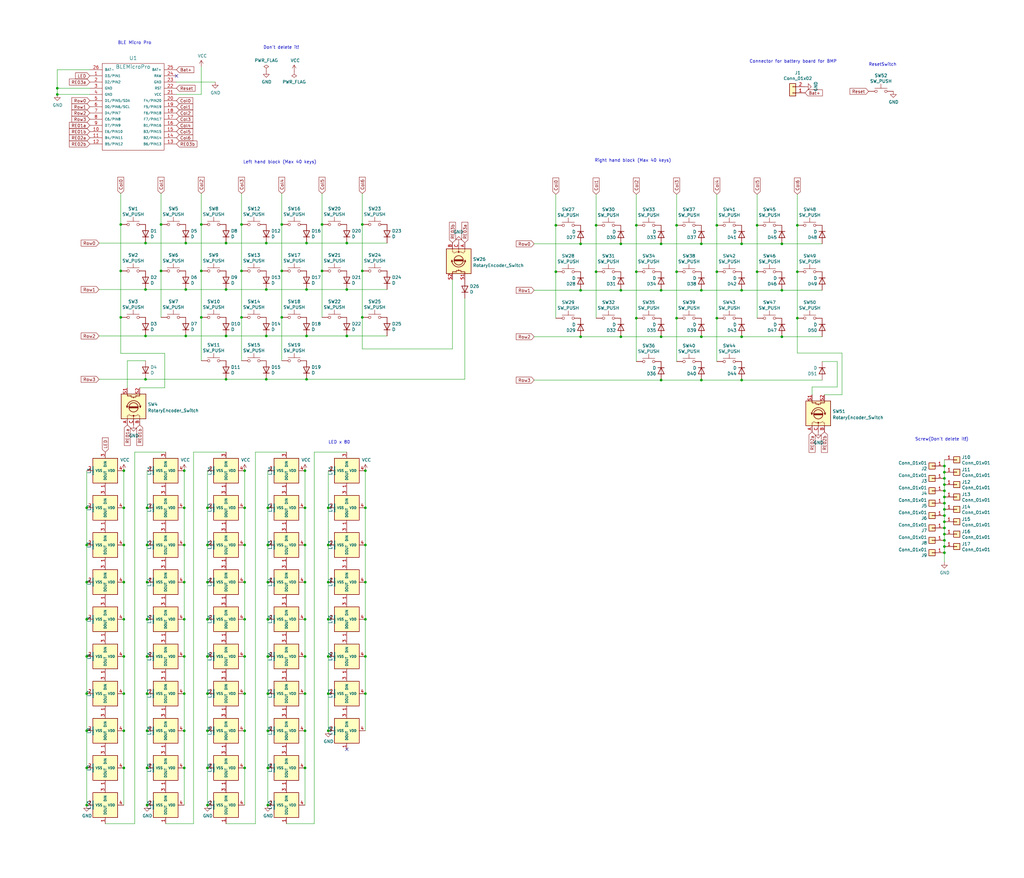
<source format=kicad_sch>
(kicad_sch (version 20211123) (generator eeschema)
  (paper "User" 419.989 360.045)
  (junction (at 82.55 111.125))
  (junction (at 320.6796 100.0146))
  (junction (at 260.9896 111.4446))
  (junction (at 76.2 118.745))
  (junction (at 85.09 299.72))
  (junction (at 294.0096 130.4946))
  (junction (at 76.2 99.695))
  (junction (at 50.8 193.04))
  (junction (at 100.33 254))
  (junction (at 142.24 137.795))
  (junction (at 60.325 238.76))
  (junction (at 115.57 111.125))
  (junction (at 75.565 314.96))
  (junction (at 60.325 314.96))
  (junction (at 49.53 92.075))
  (junction (at 320.6796 119.0646))
  (junction (at 304.1696 119.0646))
  (junction (at 50.8 269.24))
  (junction (at 125.095 254))
  (junction (at 23.495 38.735))
  (junction (at 387.35 191.135))
  (junction (at 109.855 269.24))
  (junction (at 310.5196 92.3946))
  (junction (at 82.55 130.175))
  (junction (at 125.095 269.24))
  (junction (at 59.69 137.795))
  (junction (at 99.06 92.075))
  (junction (at 304.1696 138.1146))
  (junction (at 76.2 137.795))
  (junction (at 66.04 111.125))
  (junction (at 327.0296 92.3946))
  (junction (at 227.9696 92.3946))
  (junction (at 148.59 130.175))
  (junction (at 227.9696 111.4446))
  (junction (at 132.08 111.125))
  (junction (at 277.4996 130.4946))
  (junction (at 149.86 208.28))
  (junction (at 134.62 284.48))
  (junction (at 100.33 208.28))
  (junction (at 109.855 208.28))
  (junction (at 75.565 238.76))
  (junction (at 304.1696 100.0146))
  (junction (at 109.22 118.745))
  (junction (at 387.35 221.615))
  (junction (at 35.56 208.28))
  (junction (at 125.095 223.52))
  (junction (at 50.8 284.48))
  (junction (at 99.06 130.175))
  (junction (at 271.1496 100.0146))
  (junction (at 50.8 223.52))
  (junction (at 35.56 223.52))
  (junction (at 35.56 238.76))
  (junction (at 327.0296 130.4946))
  (junction (at 109.855 254))
  (junction (at 50.8 238.76))
  (junction (at 287.6596 138.1146))
  (junction (at 125.095 314.96))
  (junction (at 260.9896 92.3946))
  (junction (at 149.86 284.48))
  (junction (at 132.08 92.075))
  (junction (at 100.33 223.52))
  (junction (at 85.09 223.52))
  (junction (at 134.62 299.72))
  (junction (at 60.325 223.52))
  (junction (at 310.5196 111.4446))
  (junction (at 109.22 137.795))
  (junction (at 92.71 99.695))
  (junction (at 50.8 208.28))
  (junction (at 125.095 193.04))
  (junction (at 238.1296 119.0646))
  (junction (at 387.35 201.295))
  (junction (at 85.09 208.28))
  (junction (at 75.565 208.28))
  (junction (at 254.6396 138.1146))
  (junction (at 115.57 92.075))
  (junction (at 149.86 254))
  (junction (at 277.4996 92.3946))
  (junction (at 327.0296 111.4446))
  (junction (at 134.62 269.24))
  (junction (at 125.73 118.745))
  (junction (at 75.565 299.72))
  (junction (at 100.33 238.76))
  (junction (at 294.0096 92.3946))
  (junction (at 23.495 36.195))
  (junction (at 35.56 330.2))
  (junction (at 142.24 99.695))
  (junction (at 125.095 238.76))
  (junction (at 59.69 118.745))
  (junction (at 287.6596 100.0146))
  (junction (at 134.62 254))
  (junction (at 125.73 155.575))
  (junction (at 50.8 299.72))
  (junction (at 50.8 314.96))
  (junction (at 271.1496 119.0646))
  (junction (at 35.56 314.96))
  (junction (at 149.86 223.52))
  (junction (at 244.4796 92.3946))
  (junction (at 115.57 130.175))
  (junction (at 142.24 118.745))
  (junction (at 260.9896 130.4946))
  (junction (at 59.69 99.695))
  (junction (at 387.35 211.455))
  (junction (at 134.62 238.76))
  (junction (at 92.71 155.575))
  (junction (at 287.6596 119.0646))
  (junction (at 60.325 254))
  (junction (at 99.06 111.125))
  (junction (at 92.71 137.795))
  (junction (at 387.35 206.375))
  (junction (at 238.1296 138.1146))
  (junction (at 125.095 299.72))
  (junction (at 109.22 99.695))
  (junction (at 59.69 155.575))
  (junction (at 287.6596 155.8946))
  (junction (at 320.6796 138.1146))
  (junction (at 35.56 299.72))
  (junction (at 109.22 155.575))
  (junction (at 85.09 314.96))
  (junction (at 238.1296 100.0146))
  (junction (at 75.565 223.52))
  (junction (at 109.855 330.2))
  (junction (at 109.855 238.76))
  (junction (at 387.35 208.915))
  (junction (at 60.325 299.72))
  (junction (at 254.6396 100.0146))
  (junction (at 75.565 269.24))
  (junction (at 148.59 92.075))
  (junction (at 149.86 269.24))
  (junction (at 244.4796 111.4446))
  (junction (at 294.0096 111.4446))
  (junction (at 387.35 213.995))
  (junction (at 149.86 238.76))
  (junction (at 387.35 226.695))
  (junction (at 60.325 330.2))
  (junction (at 387.35 224.155))
  (junction (at 109.855 223.52))
  (junction (at 304.1696 155.8946))
  (junction (at 100.33 193.04))
  (junction (at 134.62 208.28))
  (junction (at 49.53 111.125))
  (junction (at 100.33 314.96))
  (junction (at 85.09 284.48))
  (junction (at 92.71 118.745))
  (junction (at 100.33 284.48))
  (junction (at 85.09 254))
  (junction (at 35.56 284.48))
  (junction (at 109.855 284.48))
  (junction (at 387.35 196.215))
  (junction (at 271.1496 155.8946))
  (junction (at 387.35 219.075))
  (junction (at 60.325 208.28))
  (junction (at 387.35 203.835))
  (junction (at 254.6396 119.0646))
  (junction (at 134.62 223.52))
  (junction (at 85.09 330.2))
  (junction (at 75.565 193.04))
  (junction (at 149.86 193.04))
  (junction (at 60.325 269.24))
  (junction (at 148.59 111.125))
  (junction (at 85.09 269.24))
  (junction (at 125.73 137.795))
  (junction (at 35.56 269.24))
  (junction (at 109.855 314.96))
  (junction (at 66.04 92.075))
  (junction (at 387.35 216.535))
  (junction (at 82.55 92.075))
  (junction (at 60.325 284.48))
  (junction (at 100.33 299.72))
  (junction (at 271.1496 138.1146))
  (junction (at 277.4996 111.4446))
  (junction (at 35.56 254))
  (junction (at 85.09 238.76))
  (junction (at 100.33 269.24))
  (junction (at 387.35 198.755))
  (junction (at 109.855 299.72))
  (junction (at 387.35 193.675))
  (junction (at 125.095 284.48))
  (junction (at 125.73 99.695))
  (junction (at 50.8 254))
  (junction (at 75.565 254))
  (junction (at 49.53 130.175))
  (junction (at 125.095 208.28))
  (junction (at 75.565 284.48))
  (no_connect (at 142.24 307.34))
  (no_connect (at 72.39 31.115))
  (wire (pts (xy 387.35 193.675) (xy 387.35 196.215)))
  (wire (pts (xy 85.09 193.04) (xy 85.09 208.28)))
  (wire (pts (xy 185.5827 143.1157) (xy 185.5827 114.7785)))
  (wire (pts (xy 60.325 193.04) (xy 60.325 208.28)))
  (wire (pts (xy 99.06 130.175) (xy 99.06 147.955)))
  (wire (pts (xy 327.0296 92.3946) (xy 327.0296 111.4446)))
  (wire (pts (xy 66.04 92.075) (xy 66.04 111.125)))
  (wire (pts (xy 142.24 137.795) (xy 158.75 137.795)))
  (wire (pts (xy 327.0296 111.4446) (xy 327.0296 130.4946)))
  (wire (pts (xy 109.855 314.96) (xy 109.855 330.2)))
  (wire (pts (xy 79.375 337.82) (xy 79.375 185.42)))
  (wire (pts (xy 35.56 208.28) (xy 35.56 223.52)))
  (wire (pts (xy 327.0296 79.6946) (xy 327.0296 92.3946)))
  (wire (pts (xy 109.855 238.76) (xy 109.855 254)))
  (wire (pts (xy 59.69 137.795) (xy 76.2 137.795)))
  (wire (pts (xy 343.3606 148.2746) (xy 343.3606 158.7248)))
  (wire (pts (xy 125.095 299.72) (xy 125.095 314.96)))
  (wire (pts (xy 387.35 198.755) (xy 387.35 201.295)))
  (wire (pts (xy 387.35 216.535) (xy 387.35 219.075)))
  (wire (pts (xy 36.83 28.575) (xy 23.495 28.575)))
  (wire (pts (xy 244.4796 79.6946) (xy 244.4796 92.3946)))
  (wire (pts (xy 219.0796 100.0146) (xy 238.1296 100.0146)))
  (wire (pts (xy 260.9896 130.4946) (xy 260.9896 148.2746)))
  (wire (pts (xy 100.33 299.72) (xy 100.33 314.96)))
  (wire (pts (xy 125.095 269.24) (xy 125.095 284.48)))
  (wire (pts (xy 50.8 284.48) (xy 50.8 299.72)))
  (wire (pts (xy 148.59 111.125) (xy 148.59 130.175)))
  (wire (pts (xy 59.69 118.745) (xy 40.64 118.745)))
  (wire (pts (xy 227.9696 92.3946) (xy 227.9696 111.4446)))
  (wire (pts (xy 85.09 223.52) (xy 85.09 238.76)))
  (wire (pts (xy 227.9696 79.6946) (xy 227.9696 92.3946)))
  (wire (pts (xy 387.35 211.455) (xy 387.35 213.995)))
  (wire (pts (xy 75.565 314.96) (xy 75.565 330.2)))
  (wire (pts (xy 125.73 118.745) (xy 142.24 118.745)))
  (wire (pts (xy 49.53 130.175) (xy 49.53 144.9447)))
  (wire (pts (xy 109.855 299.72) (xy 109.855 314.96)))
  (wire (pts (xy 59.69 99.695) (xy 76.2 99.695)))
  (wire (pts (xy 149.86 193.04) (xy 149.86 208.28)))
  (wire (pts (xy 338.1446 161.9284) (xy 345.3493 161.9284)))
  (wire (pts (xy 128.905 337.82) (xy 128.905 185.42)))
  (wire (pts (xy 109.22 118.745) (xy 125.73 118.745)))
  (wire (pts (xy 125.095 314.96) (xy 125.095 330.2)))
  (wire (pts (xy 75.565 193.04) (xy 75.565 208.28)))
  (wire (pts (xy 59.69 99.695) (xy 40.64 99.695)))
  (wire (pts (xy 104.775 185.42) (xy 117.475 185.42)))
  (wire (pts (xy 35.56 284.48) (xy 35.56 299.72)))
  (wire (pts (xy 100.33 269.24) (xy 100.33 284.48)))
  (wire (pts (xy 254.6396 119.0646) (xy 271.1496 119.0646)))
  (wire (pts (xy 99.06 79.375) (xy 99.06 92.075)))
  (wire (pts (xy 72.39 38.735) (xy 82.55 38.735)))
  (wire (pts (xy 109.855 223.52) (xy 109.855 238.76)))
  (wire (pts (xy 190.6627 155.575) (xy 190.6627 122.3985)))
  (wire (pts (xy 76.2 137.795) (xy 92.71 137.795)))
  (wire (pts (xy 50.8 193.04) (xy 50.8 208.28)))
  (wire (pts (xy 35.56 269.24) (xy 35.56 284.48)))
  (wire (pts (xy 254.6396 138.1146) (xy 271.1496 138.1146)))
  (wire (pts (xy 310.5196 92.3946) (xy 310.5196 111.4446)))
  (wire (pts (xy 85.09 238.76) (xy 85.09 254)))
  (wire (pts (xy 75.565 299.72) (xy 75.565 314.96)))
  (wire (pts (xy 333.0646 158.7248) (xy 333.0646 161.9284)))
  (wire (pts (xy 50.8 299.72) (xy 50.8 314.96)))
  (wire (pts (xy 50.8 238.76) (xy 50.8 254)))
  (wire (pts (xy 100.33 254) (xy 100.33 269.24)))
  (wire (pts (xy 60.325 238.76) (xy 60.325 254)))
  (wire (pts (xy 387.35 206.375) (xy 387.35 208.915)))
  (wire (pts (xy 66.04 79.375) (xy 66.04 92.075)))
  (wire (pts (xy 327.0296 144.8038) (xy 345.3493 144.8038)))
  (wire (pts (xy 125.095 193.04) (xy 125.095 208.28)))
  (wire (pts (xy 271.1496 119.0646) (xy 287.6596 119.0646)))
  (wire (pts (xy 92.71 155.575) (xy 109.22 155.575)))
  (wire (pts (xy 115.57 111.125) (xy 115.57 130.175)))
  (wire (pts (xy 320.6796 100.0146) (xy 337.1896 100.0146)))
  (wire (pts (xy 287.6596 138.1146) (xy 304.1696 138.1146)))
  (wire (pts (xy 238.1296 100.0146) (xy 254.6396 100.0146)))
  (wire (pts (xy 92.71 337.82) (xy 104.775 337.82)))
  (wire (pts (xy 75.565 208.28) (xy 75.565 223.52)))
  (wire (pts (xy 50.8 269.24) (xy 50.8 284.48)))
  (wire (pts (xy 148.59 143.1157) (xy 185.5827 143.1157)))
  (wire (pts (xy 238.1296 138.1146) (xy 254.6396 138.1146)))
  (wire (pts (xy 75.565 269.24) (xy 75.565 284.48)))
  (wire (pts (xy 60.325 284.48) (xy 60.325 299.72)))
  (wire (pts (xy 387.35 203.835) (xy 387.35 206.375)))
  (wire (pts (xy 277.4996 130.4946) (xy 277.4996 148.2746)))
  (wire (pts (xy 115.57 130.175) (xy 115.57 147.955)))
  (wire (pts (xy 60.325 299.72) (xy 60.325 314.96)))
  (wire (pts (xy 134.62 193.04) (xy 134.62 208.28)))
  (wire (pts (xy 76.2 99.695) (xy 92.71 99.695)))
  (wire (pts (xy 310.5196 111.4446) (xy 310.5196 130.4946)))
  (wire (pts (xy 149.86 238.76) (xy 149.86 254)))
  (wire (pts (xy 320.6796 138.1146) (xy 337.1896 138.1146)))
  (wire (pts (xy 294.0096 92.3946) (xy 294.0096 111.4446)))
  (wire (pts (xy 149.86 254) (xy 149.86 269.24)))
  (wire (pts (xy 117.475 337.82) (xy 128.905 337.82)))
  (wire (pts (xy 109.855 254) (xy 109.855 269.24)))
  (wire (pts (xy 134.62 223.52) (xy 134.62 238.76)))
  (wire (pts (xy 132.08 79.375) (xy 132.08 92.075)))
  (wire (pts (xy 310.5196 79.6946) (xy 310.5196 92.3946)))
  (wire (pts (xy 59.69 147.955) (xy 52.2299 147.955)))
  (wire (pts (xy 148.59 92.075) (xy 148.59 111.125)))
  (wire (pts (xy 75.565 284.48) (xy 75.565 299.72)))
  (wire (pts (xy 59.69 118.745) (xy 76.2 118.745)))
  (wire (pts (xy 67.945 337.82) (xy 79.375 337.82)))
  (wire (pts (xy 76.2 118.745) (xy 92.71 118.745)))
  (wire (pts (xy 109.855 269.24) (xy 109.855 284.48)))
  (wire (pts (xy 387.35 219.075) (xy 387.35 221.615)))
  (wire (pts (xy 60.325 254) (xy 60.325 269.24)))
  (wire (pts (xy 149.86 208.28) (xy 149.86 223.52)))
  (wire (pts (xy 125.73 155.575) (xy 190.6627 155.575)))
  (wire (pts (xy 75.565 223.52) (xy 75.565 238.76)))
  (wire (pts (xy 35.56 314.96) (xy 35.56 330.2)))
  (wire (pts (xy 387.35 224.155) (xy 387.35 226.695)))
  (wire (pts (xy 125.73 137.795) (xy 142.24 137.795)))
  (wire (pts (xy 260.9896 79.6946) (xy 260.9896 92.3946)))
  (wire (pts (xy 148.59 79.375) (xy 148.59 92.075)))
  (wire (pts (xy 49.53 111.125) (xy 49.53 130.175)))
  (wire (pts (xy 134.62 208.28) (xy 134.62 223.52)))
  (wire (pts (xy 294.0096 130.4946) (xy 294.0096 148.2746)))
  (wire (pts (xy 327.0296 144.8038) (xy 327.0296 130.4946)))
  (wire (pts (xy 67.5494 159.071) (xy 67.5494 144.9447)))
  (wire (pts (xy 36.83 36.195) (xy 23.495 36.195)))
  (wire (pts (xy 35.56 193.04) (xy 35.56 208.28)))
  (wire (pts (xy 219.0796 119.0646) (xy 238.1296 119.0646)))
  (wire (pts (xy 36.83 38.735) (xy 23.495 38.735)))
  (wire (pts (xy 50.8 254) (xy 50.8 269.24)))
  (wire (pts (xy 277.4996 92.3946) (xy 277.4996 111.4446)))
  (wire (pts (xy 287.6596 119.0646) (xy 304.1696 119.0646)))
  (wire (pts (xy 277.4996 111.4446) (xy 277.4996 130.4946)))
  (wire (pts (xy 304.1696 100.0146) (xy 320.6796 100.0146)))
  (wire (pts (xy 85.09 314.96) (xy 85.09 330.2)))
  (wire (pts (xy 100.33 314.96) (xy 100.33 330.2)))
  (wire (pts (xy 134.62 269.24) (xy 134.62 284.48)))
  (wire (pts (xy 66.04 111.125) (xy 66.04 130.175)))
  (wire (pts (xy 287.6596 100.0146) (xy 304.1696 100.0146)))
  (wire (pts (xy 337.1896 148.2746) (xy 343.3606 148.2746)))
  (wire (pts (xy 55.245 337.82) (xy 55.245 185.42)))
  (wire (pts (xy 49.53 92.075) (xy 49.53 111.125)))
  (wire (pts (xy 271.1496 155.8946) (xy 287.6596 155.8946)))
  (wire (pts (xy 219.0796 155.8946) (xy 271.1496 155.8946)))
  (wire (pts (xy 244.4796 111.4446) (xy 244.4796 130.4946)))
  (wire (pts (xy 60.325 208.28) (xy 60.325 223.52)))
  (wire (pts (xy 304.1696 155.8946) (xy 337.1896 155.8946)))
  (wire (pts (xy 125.095 208.28) (xy 125.095 223.52)))
  (wire (pts (xy 343.3606 158.7248) (xy 333.0646 158.7248)))
  (wire (pts (xy 79.375 185.42) (xy 92.71 185.42)))
  (wire (pts (xy 92.71 118.745) (xy 109.22 118.745)))
  (wire (pts (xy 35.56 299.72) (xy 35.56 314.96)))
  (wire (pts (xy 227.9696 111.4446) (xy 227.9696 130.4946)))
  (wire (pts (xy 125.095 254) (xy 125.095 269.24)))
  (wire (pts (xy 149.86 223.52) (xy 149.86 238.76)))
  (wire (pts (xy 57.3099 159.071) (xy 67.5494 159.071)))
  (wire (pts (xy 43.18 337.82) (xy 55.245 337.82)))
  (wire (pts (xy 142.24 99.695) (xy 158.75 99.695)))
  (wire (pts (xy 55.245 185.42) (xy 67.945 185.42)))
  (wire (pts (xy 85.09 269.24) (xy 85.09 284.48)))
  (wire (pts (xy 85.09 208.28) (xy 85.09 223.52)))
  (wire (pts (xy 35.56 223.52) (xy 35.56 238.76)))
  (wire (pts (xy 125.73 99.695) (xy 142.24 99.695)))
  (wire (pts (xy 149.86 269.24) (xy 149.86 284.48)))
  (wire (pts (xy 23.495 36.195) (xy 23.495 38.735)))
  (wire (pts (xy 109.855 193.04) (xy 109.855 208.28)))
  (wire (pts (xy 142.24 118.745) (xy 158.75 118.745)))
  (wire (pts (xy 238.1296 119.0646) (xy 254.6396 119.0646)))
  (wire (pts (xy 35.56 238.76) (xy 35.56 254)))
  (wire (pts (xy 304.1696 138.1146) (xy 320.6796 138.1146)))
  (wire (pts (xy 148.59 130.175) (xy 148.59 143.1157)))
  (wire (pts (xy 82.55 92.075) (xy 82.55 111.125)))
  (wire (pts (xy 345.3493 161.9284) (xy 345.3493 144.8038)))
  (wire (pts (xy 50.8 223.52) (xy 50.8 238.76)))
  (wire (pts (xy 109.22 137.795) (xy 125.73 137.795)))
  (wire (pts (xy 104.775 337.82) (xy 104.775 185.42)))
  (wire (pts (xy 92.71 137.795) (xy 109.22 137.795)))
  (wire (pts (xy 85.09 254) (xy 85.09 269.24)))
  (wire (pts (xy 85.09 299.72) (xy 85.09 314.96)))
  (wire (pts (xy 387.35 196.215) (xy 387.35 198.755)))
  (wire (pts (xy 260.9896 111.4446) (xy 260.9896 130.4946)))
  (wire (pts (xy 85.09 284.48) (xy 85.09 299.72)))
  (wire (pts (xy 294.0096 111.4446) (xy 294.0096 130.4946)))
  (wire (pts (xy 125.095 223.52) (xy 125.095 238.76)))
  (wire (pts (xy 100.33 284.48) (xy 100.33 299.72)))
  (wire (pts (xy 75.565 254) (xy 75.565 269.24)))
  (wire (pts (xy 387.35 188.595) (xy 387.35 191.135)))
  (wire (pts (xy 59.69 137.795) (xy 40.64 137.795)))
  (wire (pts (xy 125.095 284.48) (xy 125.095 299.72)))
  (wire (pts (xy 59.69 155.575) (xy 92.71 155.575)))
  (wire (pts (xy 50.8 208.28) (xy 50.8 223.52)))
  (wire (pts (xy 260.9896 92.3946) (xy 260.9896 111.4446)))
  (wire (pts (xy 219.0796 138.1146) (xy 238.1296 138.1146)))
  (wire (pts (xy 109.22 99.695) (xy 125.73 99.695)))
  (wire (pts (xy 109.22 155.575) (xy 125.73 155.575)))
  (wire (pts (xy 92.71 99.695) (xy 109.22 99.695)))
  (wire (pts (xy 134.62 254) (xy 134.62 269.24)))
  (wire (pts (xy 82.55 79.375) (xy 82.55 92.075)))
  (wire (pts (xy 244.4796 92.3946) (xy 244.4796 111.4446)))
  (wire (pts (xy 387.35 213.995) (xy 387.35 216.535)))
  (wire (pts (xy 109.855 208.28) (xy 109.855 223.52)))
  (wire (pts (xy 254.6396 100.0146) (xy 271.1496 100.0146)))
  (wire (pts (xy 271.1496 138.1146) (xy 287.6596 138.1146)))
  (wire (pts (xy 149.86 284.48) (xy 149.86 299.72)))
  (wire (pts (xy 75.565 238.76) (xy 75.565 254)))
  (wire (pts (xy 99.06 111.125) (xy 99.06 130.175)))
  (wire (pts (xy 82.55 38.735) (xy 82.55 27.305)))
  (wire (pts (xy 294.0096 79.6946) (xy 294.0096 92.3946)))
  (wire (pts (xy 132.08 111.125) (xy 132.08 130.175)))
  (wire (pts (xy 60.325 223.52) (xy 60.325 238.76)))
  (wire (pts (xy 387.35 221.615) (xy 387.35 224.155)))
  (wire (pts (xy 23.495 28.575) (xy 23.495 36.195)))
  (wire (pts (xy 387.35 201.295) (xy 387.35 203.835)))
  (wire (pts (xy 59.69 155.575) (xy 40.64 155.575)))
  (wire (pts (xy 387.35 226.695) (xy 387.35 230.505)))
  (wire (pts (xy 287.6596 155.8946) (xy 304.1696 155.8946)))
  (wire (pts (xy 100.33 208.28) (xy 100.33 223.52)))
  (wire (pts (xy 304.1696 119.0646) (xy 320.6796 119.0646)))
  (wire (pts (xy 387.35 208.915) (xy 387.35 211.455)))
  (wire (pts (xy 67.5494 144.9447) (xy 49.53 144.9447)))
  (wire (pts (xy 100.33 238.76) (xy 100.33 254)))
  (wire (pts (xy 100.33 193.04) (xy 100.33 208.28)))
  (wire (pts (xy 134.62 284.48) (xy 134.62 299.72)))
  (wire (pts (xy 52.2299 147.955) (xy 52.2299 159.071)))
  (wire (pts (xy 277.4996 79.6946) (xy 277.4996 92.3946)))
  (wire (pts (xy 132.08 92.075) (xy 132.08 111.125)))
  (wire (pts (xy 50.8 314.96) (xy 50.8 330.2)))
  (wire (pts (xy 49.53 79.375) (xy 49.53 92.075)))
  (wire (pts (xy 109.855 284.48) (xy 109.855 299.72)))
  (wire (pts (xy 82.55 130.175) (xy 82.55 147.955)))
  (wire (pts (xy 115.57 92.075) (xy 115.57 111.125)))
  (wire (pts (xy 60.325 269.24) (xy 60.325 284.48)))
  (wire (pts (xy 128.905 185.42) (xy 142.24 185.42)))
  (wire (pts (xy 125.095 238.76) (xy 125.095 254)))
  (wire (pts (xy 320.6796 119.0646) (xy 337.1896 119.0646)))
  (wire (pts (xy 99.06 92.075) (xy 99.06 111.125)))
  (wire (pts (xy 88.265 33.655) (xy 72.39 33.655)))
  (wire (pts (xy 60.325 314.96) (xy 60.325 330.2)))
  (wire (pts (xy 387.35 191.135) (xy 387.35 193.675)))
  (wire (pts (xy 115.57 79.375) (xy 115.57 92.075)))
  (wire (pts (xy 82.55 111.125) (xy 82.55 130.175)))
  (wire (pts (xy 100.33 223.52) (xy 100.33 238.76)))
  (wire (pts (xy 271.1496 100.0146) (xy 287.6596 100.0146)))
  (wire (pts (xy 134.62 238.76) (xy 134.62 254)))
  (wire (pts (xy 35.56 254) (xy 35.56 269.24)))
  (text "Left hand block (Max 40 keys)" (at 99.695 67.31 0) (effects (font (size 1.27 1.27)) (justify left bottom)))
  (text "LED x 80" (at 134.62 182.245 0) (effects (font (size 1.27 1.27)) (justify left bottom)))
  (text "ResetSwitch" (at 356.235 27.305 0) (effects (font (size 1.27 1.27)) (justify left bottom)))
  (text "Screw(Don't delete it!)" (at 375.285 180.975 0) (effects (font (size 1.27 1.27)) (justify left bottom)))
  (text "Don't delete it!" (at 107.95 20.32 0) (effects (font (size 1.27 1.27)) (justify left bottom)))
  (text "Connector for battery board for BMP" (at 307.34 26.035 0) (effects (font (size 1.27 1.27)) (justify left bottom)))
  (text "Right hand block (Max 40 keys)" (at 243.84 66.675 0) (effects (font (size 1.27 1.27)) (justify left bottom)))
  (text "BLE Micro Pro" (at 48.26 18.415 0) (effects (font (size 1.27 1.27)) (justify left bottom)))
  (global_label "Row0" (shape input) (at 219.0796 100.0146 180) (property "Intersheet References" "${INTERSHEET_REFS}" (effects hide)))
  (global_label "Row1" (shape input) (at 36.83 43.815 180) (property "Intersheet References" "${INTERSHEET_REFS}" (effects hide)))
  (global_label "Col1" (shape input) (at 72.39 43.815 0) (property "Intersheet References" "${INTERSHEET_REFS}" (effects hide)))
  (global_label "RE03a" (shape input) (at 190.6627 99.5385 90) (property "Intersheet References" "${INTERSHEET_REFS}" (effects hide)))
  (global_label "Col4" (shape input) (at 72.39 51.435 0) (property "Intersheet References" "${INTERSHEET_REFS}" (effects hide)))
  (global_label "Col6" (shape input) (at 148.59 79.375 90) (property "Intersheet References" "${INTERSHEET_REFS}" (effects hide)))
  (global_label "RE02b" (shape input) (at 338.1446 177.1684 270) (property "Intersheet References" "${INTERSHEET_REFS}" (effects hide)))
  (global_label "Col5" (shape input) (at 72.39 53.975 0) (property "Intersheet References" "${INTERSHEET_REFS}" (effects hide)))
  (global_label "Row2" (shape input) (at 219.0796 138.1146 180) (property "Intersheet References" "${INTERSHEET_REFS}" (effects hide)))
  (global_label "Col2" (shape input) (at 260.9896 79.6946 90) (property "Intersheet References" "${INTERSHEET_REFS}" (effects hide)))
  (global_label "RE03a" (shape input) (at 36.83 33.655 180) (property "Intersheet References" "${INTERSHEET_REFS}" (effects hide)))
  (global_label "RE02b" (shape input) (at 36.83 59.055 180) (property "Intersheet References" "${INTERSHEET_REFS}" (effects hide)))
  (global_label "Reset" (shape input) (at 356.235 37.465 180) (property "Intersheet References" "${INTERSHEET_REFS}" (effects hide)))
  (global_label "Col5" (shape input) (at 132.08 79.375 90) (property "Intersheet References" "${INTERSHEET_REFS}" (effects hide)))
  (global_label "LED" (shape input) (at 43.18 185.42 90) (property "Intersheet References" "${INTERSHEET_REFS}" (effects hide)))
  (global_label "Col2" (shape input) (at 82.55 79.375 90) (property "Intersheet References" "${INTERSHEET_REFS}" (effects hide)))
  (global_label "Row0" (shape input) (at 36.83 41.275 180) (property "Intersheet References" "${INTERSHEET_REFS}" (effects hide)))
  (global_label "RE01a" (shape input) (at 52.2299 174.311 270) (property "Intersheet References" "${INTERSHEET_REFS}" (effects hide)))
  (global_label "RE02a" (shape input) (at 36.83 56.515 180) (property "Intersheet References" "${INTERSHEET_REFS}" (effects hide)))
  (global_label "Col3" (shape input) (at 72.39 48.895 0) (property "Intersheet References" "${INTERSHEET_REFS}" (effects hide)))
  (global_label "Row2" (shape input) (at 36.83 46.355 180) (property "Intersheet References" "${INTERSHEET_REFS}" (effects hide)))
  (global_label "Row1" (shape input) (at 219.0796 119.0646 180) (property "Intersheet References" "${INTERSHEET_REFS}" (effects hide)))
  (global_label "Col0" (shape input) (at 227.9696 79.6946 90) (property "Intersheet References" "${INTERSHEET_REFS}" (effects hide)))
  (global_label "Bat+" (shape input) (at 330.2 38.1 0) (property "Intersheet References" "${INTERSHEET_REFS}" (effects hide)))
  (global_label "Col6" (shape input) (at 72.39 56.515 0) (property "Intersheet References" "${INTERSHEET_REFS}" (effects hide)))
  (global_label "Row3" (shape input) (at 219.0796 155.8946 180) (property "Intersheet References" "${INTERSHEET_REFS}" (effects hide)))
  (global_label "Col4" (shape input) (at 115.57 79.375 90) (property "Intersheet References" "${INTERSHEET_REFS}" (effects hide)))
  (global_label "Row3" (shape input) (at 40.64 155.575 180) (property "Intersheet References" "${INTERSHEET_REFS}" (effects hide)))
  (global_label "Col0" (shape input) (at 49.53 79.375 90) (property "Intersheet References" "${INTERSHEET_REFS}" (effects hide)))
  (global_label "RE01b" (shape input) (at 57.3099 174.311 270) (property "Intersheet References" "${INTERSHEET_REFS}" (effects hide)))
  (global_label "Col3" (shape input) (at 277.4996 79.6946 90) (property "Intersheet References" "${INTERSHEET_REFS}" (effects hide)))
  (global_label "Col1" (shape input) (at 66.04 79.375 90) (property "Intersheet References" "${INTERSHEET_REFS}" (effects hide)))
  (global_label "RE02a" (shape input) (at 333.0646 177.1684 270) (property "Intersheet References" "${INTERSHEET_REFS}" (effects hide)))
  (global_label "Col4" (shape input) (at 294.0096 79.6946 90) (property "Intersheet References" "${INTERSHEET_REFS}" (effects hide)))
  (global_label "Reset" (shape input) (at 72.39 36.195 0) (property "Intersheet References" "${INTERSHEET_REFS}" (effects hide)))
  (global_label "RE01a" (shape input) (at 36.83 51.435 180) (property "Intersheet References" "${INTERSHEET_REFS}" (effects hide)))
  (global_label "Col2" (shape input) (at 72.39 46.355 0) (property "Intersheet References" "${INTERSHEET_REFS}" (effects hide)))
  (global_label "Col1" (shape input) (at 244.4796 79.6946 90) (property "Intersheet References" "${INTERSHEET_REFS}" (effects hide)))
  (global_label "RE01b" (shape input) (at 36.83 53.975 180) (property "Intersheet References" "${INTERSHEET_REFS}" (effects hide)))
  (global_label "RE03b" (shape input) (at 185.5827 99.5385 90) (property "Intersheet References" "${INTERSHEET_REFS}" (effects hide)))
  (global_label "Col5" (shape input) (at 310.5196 79.6946 90) (property "Intersheet References" "${INTERSHEET_REFS}" (effects hide)))
  (global_label "Row3" (shape input) (at 36.83 48.895 180) (property "Intersheet References" "${INTERSHEET_REFS}" (effects hide)))
  (global_label "RE03b" (shape input) (at 72.39 59.055 0) (property "Intersheet References" "${INTERSHEET_REFS}" (effects hide)))
  (global_label "Row2" (shape input) (at 40.64 137.795 180) (property "Intersheet References" "${INTERSHEET_REFS}" (effects hide)))
  (global_label "Col0" (shape input) (at 72.39 41.275 0) (property "Intersheet References" "${INTERSHEET_REFS}" (effects hide)))
  (global_label "LED" (shape input) (at 36.83 31.115 180) (property "Intersheet References" "${INTERSHEET_REFS}" (effects hide)))
  (global_label "Row1" (shape input) (at 40.64 118.745 180) (property "Intersheet References" "${INTERSHEET_REFS}" (effects hide)))
  (global_label "Row0" (shape input) (at 40.64 99.695 180) (property "Intersheet References" "${INTERSHEET_REFS}" (effects hide)))
  (global_label "Col3" (shape input) (at 99.06 79.375 90) (property "Intersheet References" "${INTERSHEET_REFS}" (effects hide)))
  (global_label "Bat+" (shape input) (at 72.39 28.575 0) (property "Intersheet References" "${INTERSHEET_REFS}" (effects hide)))
  (global_label "Col6" (shape input) (at 327.0296 79.6946 90) (property "Intersheet References" "${INTERSHEET_REFS}" (effects hide)))
  (symbol (lib_id "power:PWR_FLAG") (at 109.22 29.21 0) (unit 1)
    (property "Reference" "#FLG01" (effects hide))
    (property "Value" "PWR_FLAG" (at 109.22 24.7904 0))
  )
  (symbol (lib_id "power:PWR_FLAG") (at 120.65 29.21 180) (unit 1)
    (property "Reference" "#FLG02" (effects hide))
    (property "Value" "PWR_FLAG" (at 120.65 33.6042 0))
  )
  (symbol (lib_id "power:GND") (at 109.22 29.21 0) (unit 1)
    (property "Reference" "#PWR010" (effects hide))
    (property "Value" "GND" (at 109.347 33.6042 0))
  )
  (symbol (lib_id "power:VCC") (at 120.65 29.21 0) (unit 1)
    (property "Reference" "#PWR012" (effects hide))
    (property "Value" "VCC" (at 121.0818 24.8158 0))
  )
  (symbol (lib_id "Salicylic_kbd:Micon_BLEMicroPro") (at 54.61 50.165 0) (unit 1)
    (property "Reference" "U1" (at 54.61 23.8252 0) (effects (font (size 1.524 1.524))))
    (property "Value" "BLEMicroPro" (at 54.61 26.5176 0) (effects (font (size 1.524 1.524)) (justify top)))
    (property "Footprint" "kbd_Parts:Micon_BMP_GL" (effects hide))
  )
  (symbol (lib_id "power:GND") (at 88.265 33.655 0) (unit 1)
    (property "Reference" "#PWR08" (effects hide))
    (property "Value" "GND" (at 88.392 38.0492 0))
  )
  (symbol (lib_id "power:VCC") (at 82.55 27.305 0) (unit 1)
    (property "Reference" "#PWR06" (effects hide))
    (property "Value" "VCC" (at 82.9818 22.9108 0))
  )
  (symbol (lib_id "power:GND") (at 23.495 38.735 0) (unit 1)
    (property "Reference" "#PWR01" (effects hide))
    (property "Value" "GND" (at 23.622 43.1292 0))
  )
  (symbol (lib_id "Switch:SW_Push") (at 71.12 92.075 0) (unit 1)
    (property "Reference" "SW5" (at 71.12 85.598 0))
    (property "Value" "SW_PUSH" (at 71.12 87.9094 0))
    (property "Footprint" "kbd_SW:CherryMX_Hotswap_1u" (effects hide))
  )
  (symbol (lib_id "Switch:SW_Push") (at 54.61 92.075 0) (unit 1)
    (property "Reference" "SW1" (at 54.61 85.598 0))
    (property "Value" "SW_PUSH" (at 54.61 87.9094 0))
    (property "Footprint" "kbd_SW:CherryMX_Hotswap_1u" (effects hide))
  )
  (symbol (lib_id "Switch:SW_Push") (at 54.61 111.125 0) (unit 1)
    (property "Reference" "SW2" (at 54.61 104.648 0))
    (property "Value" "SW_PUSH" (at 54.61 106.9594 0))
    (property "Footprint" "kbd_SW:CherryMX_Hotswap_1.25u" (effects hide))
  )
  (symbol (lib_id "Switch:SW_Push") (at 71.12 111.125 0) (unit 1)
    (property "Reference" "SW6" (at 71.12 104.648 0))
    (property "Value" "SW_PUSH" (at 71.12 106.9594 0))
    (property "Footprint" "kbd_SW:CherryMX_Hotswap_1u" (effects hide))
  )
  (symbol (lib_id "Device:D") (at 59.69 95.885 90) (unit 1)
    (property "Reference" "D1" (at 61.6966 94.7166 90) (effects (justify right)))
    (property "Value" "D" (at 61.6966 97.028 90) (effects (justify right)))
    (property "Footprint" "kbd_Parts:Diode_SMD" (effects hide))
  )
  (symbol (lib_id "Device:D") (at 76.2 95.885 90) (unit 1)
    (property "Reference" "D5" (at 78.2066 94.7166 90) (effects (justify right)))
    (property "Value" "D" (at 78.2066 97.028 90) (effects (justify right)))
    (property "Footprint" "kbd_Parts:Diode_SMD" (effects hide))
  )
  (symbol (lib_id "Device:D") (at 76.2 114.935 90) (unit 1)
    (property "Reference" "D6" (at 78.2066 113.7666 90) (effects (justify right)))
    (property "Value" "D" (at 78.2066 116.078 90) (effects (justify right)))
    (property "Footprint" "kbd_Parts:Diode_SMD" (effects hide))
  )
  (symbol (lib_id "Device:D") (at 59.69 114.935 90) (unit 1)
    (property "Reference" "D2" (at 61.6966 113.7666 90) (effects (justify right)))
    (property "Value" "D" (at 61.6966 116.078 90) (effects (justify right)))
    (property "Footprint" "kbd_Parts:Diode_SMD" (effects hide))
  )
  (symbol (lib_id "Switch:SW_Push") (at 361.315 37.465 0) (unit 1)
    (property "Reference" "SW52" (at 361.315 30.988 0))
    (property "Value" "SW_PUSH" (at 361.315 33.2994 0))
    (property "Footprint" "kbd_Parts:ResetSW" (effects hide))
  )
  (symbol (lib_id "power:GND") (at 366.395 37.465 0) (unit 1)
    (property "Reference" "#PWR017" (effects hide))
    (property "Value" "GND" (at 366.522 41.8592 0))
  )
  (symbol (lib_id "Switch:SW_Push") (at 104.14 92.075 0) (unit 1)
    (property "Reference" "SW12" (at 104.14 85.598 0))
    (property "Value" "SW_PUSH" (at 104.14 87.9094 0))
    (property "Footprint" "kbd_SW:CherryMX_Hotswap_1u" (effects hide))
  )
  (symbol (lib_id "Switch:SW_Push") (at 120.65 92.075 0) (unit 1)
    (property "Reference" "SW16" (at 120.65 85.598 0))
    (property "Value" "SW_PUSH" (at 120.65 87.9094 0))
    (property "Footprint" "kbd_SW:CherryMX_Hotswap_1u" (effects hide))
  )
  (symbol (lib_id "Switch:SW_Push") (at 137.16 92.075 0) (unit 1)
    (property "Reference" "SW20" (at 137.16 85.598 0))
    (property "Value" "SW_PUSH" (at 137.16 87.9094 0))
    (property "Footprint" "kbd_SW:CherryMX_Hotswap_1u" (effects hide))
  )
  (symbol (lib_id "Switch:SW_Push") (at 87.63 92.075 0) (unit 1)
    (property "Reference" "SW8" (at 87.63 85.598 0))
    (property "Value" "SW_PUSH" (at 87.63 87.9094 0))
    (property "Footprint" "kbd_SW:CherryMX_Hotswap_1u" (effects hide))
  )
  (symbol (lib_id "Switch:SW_Push") (at 104.14 130.175 0) (unit 1)
    (property "Reference" "SW14" (at 104.14 123.698 0))
    (property "Value" "SW_PUSH" (at 104.14 126.0094 0))
    (property "Footprint" "kbd_SW:CherryMX_Hotswap_1u" (effects hide))
  )
  (symbol (lib_id "Switch:SW_Push") (at 104.14 111.125 0) (unit 1)
    (property "Reference" "SW13" (at 104.14 104.648 0))
    (property "Value" "SW_PUSH" (at 104.14 106.9594 0))
    (property "Footprint" "kbd_SW:CherryMX_Hotswap_1u" (effects hide))
  )
  (symbol (lib_id "Switch:SW_Push") (at 120.65 111.125 0) (unit 1)
    (property "Reference" "SW17" (at 120.65 104.648 0))
    (property "Value" "SW_PUSH" (at 120.65 106.9594 0))
    (property "Footprint" "kbd_SW:CherryMX_Hotswap_1u" (effects hide))
  )
  (symbol (lib_id "Switch:SW_Push") (at 137.16 111.125 0) (unit 1)
    (property "Reference" "SW21" (at 137.16 104.648 0))
    (property "Value" "SW_PUSH" (at 137.16 106.9594 0))
    (property "Footprint" "kbd_SW:CherryMX_Hotswap_1u" (effects hide))
  )
  (symbol (lib_id "Switch:SW_Push") (at 87.63 111.125 0) (unit 1)
    (property "Reference" "SW9" (at 87.63 104.648 0))
    (property "Value" "SW_PUSH" (at 87.63 106.9594 0))
    (property "Footprint" "kbd_SW:CherryMX_Hotswap_1u" (effects hide))
  )
  (symbol (lib_id "Switch:SW_Push") (at 54.61 130.175 0) (unit 1)
    (property "Reference" "SW3" (at 54.61 123.698 0))
    (property "Value" "SW_PUSH" (at 54.61 126.0094 0))
    (property "Footprint" "kbd_SW:CherryMX_Hotswap_1.75u" (effects hide))
  )
  (symbol (lib_id "Switch:SW_Push") (at 71.12 130.175 0) (unit 1)
    (property "Reference" "SW7" (at 71.12 123.698 0))
    (property "Value" "SW_PUSH" (at 71.12 126.0094 0))
    (property "Footprint" "kbd_SW:CherryMX_Hotswap_1u" (effects hide))
  )
  (symbol (lib_id "Switch:SW_Push") (at 87.63 130.175 0) (unit 1)
    (property "Reference" "SW10" (at 87.63 123.698 0))
    (property "Value" "SW_PUSH" (at 87.63 126.0094 0))
    (property "Footprint" "kbd_SW:CherryMX_Hotswap_1u" (effects hide))
  )
  (symbol (lib_id "Switch:SW_Push") (at 104.14 147.955 0) (unit 1)
    (property "Reference" "SW15" (at 104.14 141.478 0))
    (property "Value" "SW_PUSH" (at 104.14 143.7894 0))
    (property "Footprint" "kbd_SW:CherryMX_Hotswap_1.75u" (effects hide))
  )
  (symbol (lib_id "Switch:SW_Push") (at 120.65 147.955 0) (unit 1)
    (property "Reference" "SW19" (at 120.65 141.478 0))
    (property "Value" "SW_PUSH" (at 120.65 143.7894 0))
    (property "Footprint" "kbd_SW:CherryMX_Hotswap_1.25u" (effects hide))
  )
  (symbol (lib_id "Switch:SW_Push") (at 120.65 130.175 0) (unit 1)
    (property "Reference" "SW18" (at 120.65 123.698 0))
    (property "Value" "SW_PUSH" (at 120.65 126.0094 0))
    (property "Footprint" "kbd_SW:CherryMX_Hotswap_1u" (effects hide))
  )
  (symbol (lib_id "Switch:SW_Push") (at 137.16 130.175 0) (unit 1)
    (property "Reference" "SW22" (at 137.16 123.698 0))
    (property "Value" "SW_PUSH" (at 137.16 126.0094 0))
    (property "Footprint" "kbd_SW:CherryMX_Hotswap_1u" (effects hide))
  )
  (symbol (lib_id "Device:D") (at 92.71 95.885 90) (unit 1)
    (property "Reference" "D8" (at 94.7166 94.7166 90) (effects (justify right)))
    (property "Value" "D" (at 94.7166 97.028 90) (effects (justify right)))
    (property "Footprint" "kbd_Parts:Diode_SMD" (effects hide))
  )
  (symbol (lib_id "Device:D") (at 109.22 95.885 90) (unit 1)
    (property "Reference" "D12" (at 111.2266 94.7166 90) (effects (justify right)))
    (property "Value" "D" (at 111.2266 97.028 90) (effects (justify right)))
    (property "Footprint" "kbd_Parts:Diode_SMD" (effects hide))
  )
  (symbol (lib_id "Device:D") (at 125.73 95.885 90) (unit 1)
    (property "Reference" "D16" (at 127.7366 94.7166 90) (effects (justify right)))
    (property "Value" "D" (at 127.7366 97.028 90) (effects (justify right)))
    (property "Footprint" "kbd_Parts:Diode_SMD" (effects hide))
  )
  (symbol (lib_id "Device:D") (at 142.24 95.885 90) (unit 1)
    (property "Reference" "D20" (at 144.2466 94.7166 90) (effects (justify right)))
    (property "Value" "D" (at 144.2466 97.028 90) (effects (justify right)))
    (property "Footprint" "kbd_Parts:Diode_SMD" (effects hide))
  )
  (symbol (lib_id "Device:D") (at 142.24 114.935 90) (unit 1)
    (property "Reference" "D21" (at 144.2466 113.7666 90) (effects (justify right)))
    (property "Value" "D" (at 144.2466 116.078 90) (effects (justify right)))
    (property "Footprint" "kbd_Parts:Diode_SMD" (effects hide))
  )
  (symbol (lib_id "Device:D") (at 142.24 133.985 90) (unit 1)
    (property "Reference" "D22" (at 144.2466 132.8166 90) (effects (justify right)))
    (property "Value" "D" (at 144.2466 135.128 90) (effects (justify right)))
    (property "Footprint" "kbd_Parts:Diode_SMD" (effects hide))
  )
  (symbol (lib_id "Device:D") (at 125.73 151.765 90) (unit 1)
    (property "Reference" "D19" (at 127.7366 150.5966 90) (effects (justify right)))
    (property "Value" "D" (at 127.7366 152.908 90) (effects (justify right)))
    (property "Footprint" "kbd_Parts:Diode_SMD" (effects hide))
  )
  (symbol (lib_id "Device:D") (at 125.73 133.985 90) (unit 1)
    (property "Reference" "D18" (at 127.7366 132.8166 90) (effects (justify right)))
    (property "Value" "D" (at 127.7366 135.128 90) (effects (justify right)))
    (property "Footprint" "kbd_Parts:Diode_SMD" (effects hide))
  )
  (symbol (lib_id "Device:D") (at 125.73 114.935 90) (unit 1)
    (property "Reference" "D17" (at 127.7366 113.7666 90) (effects (justify right)))
    (property "Value" "D" (at 127.7366 116.078 90) (effects (justify right)))
    (property "Footprint" "kbd_Parts:Diode_SMD" (effects hide))
  )
  (symbol (lib_id "Device:D") (at 109.22 114.935 90) (unit 1)
    (property "Reference" "D13" (at 111.2266 113.7666 90) (effects (justify right)))
    (property "Value" "D" (at 111.2266 116.078 90) (effects (justify right)))
    (property "Footprint" "kbd_Parts:Diode_SMD" (effects hide))
  )
  (symbol (lib_id "Device:D") (at 92.71 114.935 90) (unit 1)
    (property "Reference" "D9" (at 94.7166 113.7666 90) (effects (justify right)))
    (property "Value" "D" (at 94.7166 116.078 90) (effects (justify right)))
    (property "Footprint" "kbd_Parts:Diode_SMD" (effects hide))
  )
  (symbol (lib_id "Device:D") (at 92.71 133.985 90) (unit 1)
    (property "Reference" "D10" (at 94.7166 132.8166 90) (effects (justify right)))
    (property "Value" "D" (at 94.7166 135.128 90) (effects (justify right)))
    (property "Footprint" "kbd_Parts:Diode_SMD" (effects hide))
  )
  (symbol (lib_id "Device:D") (at 109.22 133.985 90) (unit 1)
    (property "Reference" "D14" (at 111.2266 132.8166 90) (effects (justify right)))
    (property "Value" "D" (at 111.2266 135.128 90) (effects (justify right)))
    (property "Footprint" "kbd_Parts:Diode_SMD" (effects hide))
  )
  (symbol (lib_id "Device:D") (at 109.22 151.765 90) (unit 1)
    (property "Reference" "D15" (at 111.2266 150.5966 90) (effects (justify right)))
    (property "Value" "D" (at 111.2266 152.908 90) (effects (justify right)))
    (property "Footprint" "kbd_Parts:Diode_SMD" (effects hide))
  )
  (symbol (lib_id "Device:D") (at 76.2 133.985 90) (unit 1)
    (property "Reference" "D7" (at 78.2066 132.8166 90) (effects (justify right)))
    (property "Value" "D" (at 78.2066 135.128 90) (effects (justify right)))
    (property "Footprint" "kbd_Parts:Diode_SMD" (effects hide))
  )
  (symbol (lib_id "Device:D") (at 59.69 133.985 90) (unit 1)
    (property "Reference" "D3" (at 61.6966 132.8166 90) (effects (justify right)))
    (property "Value" "D" (at 61.6966 135.128 90) (effects (justify right)))
    (property "Footprint" "kbd_Parts:Diode_SMD" (effects hide))
  )
  (symbol (lib_id "Device:D") (at 59.69 151.765 90) (unit 1)
    (property "Reference" "D4" (at 61.6966 150.5966 90) (effects (justify right)))
    (property "Value" "D" (at 61.6966 152.908 90) (effects (justify right)))
    (property "Footprint" "kbd_Parts:Diode_SMD" (effects hide))
  )
  (symbol (lib_id "Salicylic_kbd:LED_SK6812MINI-E") (at 43.18 193.04 270) (unit 1)
    (property "Reference" "L1" (at 36.5252 193.04 0) (effects (font (size 1.2954 1.2954))))
    (property "Value" "SK6812MINI" (at 38.1762 193.04 0) (effects (font (size 0.4064 0.4064))))
    (property "Footprint" "kbd_Parts:LED_SK6812MINI-E_BL" (effects hide))
  )
  (symbol (lib_id "Salicylic_kbd:LED_SK6812MINI-E") (at 43.18 208.28 270) (unit 1)
    (property "Reference" "L2" (at 36.5252 208.28 0) (effects (font (size 1.2954 1.2954))))
    (property "Value" "SK6812MINI" (at 38.1762 208.28 0) (effects (font (size 0.4064 0.4064))))
    (property "Footprint" "kbd_Parts:LED_SK6812MINI-E_BL" (effects hide))
  )
  (symbol (lib_id "power:VCC") (at 50.8 193.04 0) (unit 1)
    (property "Reference" "#PWR03" (effects hide))
    (property "Value" "VCC" (at 51.2318 188.6458 0))
  )
  (symbol (lib_id "power:GND") (at 35.56 330.2 0) (unit 1)
    (property "Reference" "#PWR02" (effects hide))
    (property "Value" "GND" (at 35.687 334.5942 0))
  )
  (symbol (lib_id "power:GND") (at 330.2 35.56 90) (unit 1)
    (property "Reference" "#PWR016" (effects hide))
    (property "Value" "GND" (at 334.5942 35.433 0))
  )
  (symbol (lib_id "Salicylic_kbd:LED_SK6812MINI-E") (at 43.18 223.52 270) (unit 1)
    (property "Reference" "L3" (at 36.5252 223.52 0) (effects (font (size 1.2954 1.2954))))
    (property "Value" "SK6812MINI" (at 38.1762 223.52 0) (effects (font (size 0.4064 0.4064))))
    (property "Footprint" "kbd_Parts:LED_SK6812MINI-E_BL" (effects hide))
  )
  (symbol (lib_id "Salicylic_kbd:LED_SK6812MINI-E") (at 43.18 238.76 270) (unit 1)
    (property "Reference" "L4" (at 36.5252 238.76 0) (effects (font (size 1.2954 1.2954))))
    (property "Value" "SK6812MINI" (at 38.1762 238.76 0) (effects (font (size 0.4064 0.4064))))
    (property "Footprint" "kbd_Parts:LED_SK6812MINI-E_BL" (effects hide))
  )
  (symbol (lib_id "Salicylic_kbd:LED_SK6812MINI-E") (at 43.18 254 270) (unit 1)
    (property "Reference" "L5" (at 36.5252 254 0) (effects (font (size 1.2954 1.2954))))
    (property "Value" "SK6812MINI" (at 38.1762 254 0) (effects (font (size 0.4064 0.4064))))
    (property "Footprint" "kbd_Parts:LED_SK6812MINI-E_BL" (effects hide))
  )
  (symbol (lib_id "Salicylic_kbd:LED_SK6812MINI-E") (at 43.18 269.24 270) (unit 1)
    (property "Reference" "L6" (at 36.5252 269.24 0) (effects (font (size 1.2954 1.2954))))
    (property "Value" "SK6812MINI" (at 38.1762 269.24 0) (effects (font (size 0.4064 0.4064))))
    (property "Footprint" "kbd_Parts:LED_SK6812MINI-E_BL" (effects hide))
  )
  (symbol (lib_id "Connector_Generic:Conn_01x01") (at 392.43 208.915 0) (unit 1)
    (property "Reference" "J14" (at 394.462 207.8482 0) (effects (justify left)))
    (property "Value" "Conn_01x01" (at 394.462 210.1596 0) (effects (justify left)))
    (property "Footprint" "kbd_Hole:m2_Screw_Hole_Fab" (effects hide))
  )
  (symbol (lib_id "Connector_Generic:Conn_01x01") (at 382.27 211.455 180) (unit 1)
    (property "Reference" "J6" (at 380.238 212.5218 0) (effects (justify left)))
    (property "Value" "Conn_01x01" (at 380.238 210.2104 0) (effects (justify left)))
    (property "Footprint" "kbd_Hole:m2_Screw_Hole_EdgeCuts" (effects hide))
  )
  (symbol (lib_id "power:GND") (at 387.35 230.505 0) (unit 1)
    (property "Reference" "#PWR018" (effects hide))
    (property "Value" "GND" (at 387.477 234.8992 0))
  )
  (symbol (lib_id "Connector_Generic:Conn_01x01") (at 392.43 213.995 0) (unit 1)
    (property "Reference" "J15" (at 394.462 212.9282 0) (effects (justify left)))
    (property "Value" "Conn_01x01" (at 394.462 215.2396 0) (effects (justify left)))
    (property "Footprint" "kbd_Hole:m2_Screw_Hole_Fab" (effects hide))
  )
  (symbol (lib_id "Connector_Generic:Conn_01x01") (at 382.27 216.535 180) (unit 1)
    (property "Reference" "J7" (at 380.238 217.6018 0) (effects (justify left)))
    (property "Value" "Conn_01x01" (at 380.238 215.2904 0) (effects (justify left)))
    (property "Footprint" "kbd_Hole:m2_Screw_Hole_EdgeCuts" (effects hide))
  )
  (symbol (lib_id "Device:D") (at 92.71 151.765 90) (unit 1)
    (property "Reference" "D11" (at 94.7166 150.5966 90) (effects (justify right)))
    (property "Value" "D" (at 94.7166 152.908 90) (effects (justify right)))
    (property "Footprint" "kbd_Parts:Diode_SMD" (effects hide))
  )
  (symbol (lib_id "Switch:SW_Push") (at 87.63 147.955 0) (unit 1)
    (property "Reference" "SW11" (at 87.63 141.478 0))
    (property "Value" "SW_PUSH" (at 87.63 143.7894 0))
    (property "Footprint" "kbd_SW:CherryMX_Hotswap_1.25u" (effects hide))
  )
  (symbol (lib_id "Salicylic_kbd:LED_SK6812MINI-E") (at 43.18 284.48 270) (unit 1)
    (property "Reference" "L7" (at 36.5252 284.48 0) (effects (font (size 1.2954 1.2954))))
    (property "Value" "SK6812MINI" (at 38.1762 284.48 0) (effects (font (size 0.4064 0.4064))))
    (property "Footprint" "kbd_Parts:LED_SK6812MINI-E_BL" (effects hide))
  )
  (symbol (lib_id "Salicylic_kbd:LED_SK6812MINI-E") (at 43.18 299.72 270) (unit 1)
    (property "Reference" "L8" (at 36.5252 299.72 0) (effects (font (size 1.2954 1.2954))))
    (property "Value" "SK6812MINI" (at 38.1762 299.72 0) (effects (font (size 0.4064 0.4064))))
    (property "Footprint" "kbd_Parts:LED_SK6812MINI-E_BL" (effects hide))
  )
  (symbol (lib_id "Salicylic_kbd:LED_SK6812MINI-E") (at 43.18 314.96 270) (unit 1)
    (property "Reference" "L9" (at 36.5252 314.96 0) (effects (font (size 1.2954 1.2954))))
    (property "Value" "SK6812MINI" (at 38.1762 314.96 0) (effects (font (size 0.4064 0.4064))))
    (property "Footprint" "kbd_Parts:LED_SK6812MINI-E_BL" (effects hide))
  )
  (symbol (lib_id "Salicylic_kbd:LED_SK6812MINI-E") (at 43.18 330.2 270) (unit 1)
    (property "Reference" "L10" (at 36.5252 330.2 0) (effects (font (size 1.2954 1.2954))))
    (property "Value" "SK6812MINI" (at 38.1762 330.2 0) (effects (font (size 0.4064 0.4064))))
    (property "Footprint" "kbd_Parts:LED_SK6812MINI-E_BL" (effects hide))
  )
  (symbol (lib_id "Connector_Generic:Conn_01x02") (at 325.12 38.1 180) (unit 1)
    (property "Reference" "J1" (at 327.2028 29.845 0))
    (property "Value" "Conn_01x02" (at 327.2028 32.1564 0))
    (property "Footprint" "kbd_Parts:Battery_XH2.5_GL_PCB" (effects hide))
  )
  (symbol (lib_id "Switch:SW_Push") (at 153.67 130.175 0) (unit 1)
    (property "Reference" "SW25" (at 153.67 123.698 0))
    (property "Value" "SW_PUSH" (at 153.67 126.0094 0))
    (property "Footprint" "kbd_SW:CherryMX_Hotswap_1u" (effects hide))
  )
  (symbol (lib_id "Switch:SW_Push") (at 153.67 111.125 0) (unit 1)
    (property "Reference" "SW24" (at 153.67 104.648 0))
    (property "Value" "SW_PUSH" (at 153.67 106.9594 0))
    (property "Footprint" "kbd_SW:CherryMX_Hotswap_1u" (effects hide))
  )
  (symbol (lib_id "Switch:SW_Push") (at 153.67 92.075 0) (unit 1)
    (property "Reference" "SW23" (at 153.67 85.598 0))
    (property "Value" "SW_PUSH" (at 153.67 87.9094 0))
    (property "Footprint" "kbd_SW:CherryMX_Hotswap_1u" (effects hide))
  )
  (symbol (lib_id "Device:D") (at 190.6627 118.5885 90) (unit 1)
    (property "Reference" "D26" (at 192.6693 117.4201 90) (effects (justify right)))
    (property "Value" "D" (at 192.6693 119.7315 90) (effects (justify right)))
    (property "Footprint" "kbd_Parts:Diode_SMD" (effects hide))
  )
  (symbol (lib_id "Device:D") (at 158.75 133.985 90) (unit 1)
    (property "Reference" "D25" (at 160.7566 132.8166 90) (effects (justify right)))
    (property "Value" "D" (at 160.7566 135.128 90) (effects (justify right)))
    (property "Footprint" "kbd_Parts:Diode_SMD" (effects hide))
  )
  (symbol (lib_id "Device:D") (at 158.75 114.935 90) (unit 1)
    (property "Reference" "D24" (at 160.7566 113.7666 90) (effects (justify right)))
    (property "Value" "D" (at 160.7566 116.078 90) (effects (justify right)))
    (property "Footprint" "kbd_Parts:Diode_SMD" (effects hide))
  )
  (symbol (lib_id "Device:D") (at 158.75 95.885 90) (unit 1)
    (property "Reference" "D23" (at 160.7566 94.7166 90) (effects (justify right)))
    (property "Value" "D" (at 160.7566 97.028 90) (effects (justify right)))
    (property "Footprint" "kbd_Parts:Diode_SMD" (effects hide))
  )
  (symbol (lib_id "Connector_Generic:Conn_01x01") (at 392.43 198.755 0) (unit 1)
    (property "Reference" "J12" (at 394.462 197.6882 0) (effects (justify left)))
    (property "Value" "Conn_01x01" (at 394.462 199.9996 0) (effects (justify left)))
    (property "Footprint" "kbd_Hole:m2_Screw_Hole_Fab" (effects hide))
  )
  (symbol (lib_id "Connector_Generic:Conn_01x01") (at 382.27 201.295 180) (unit 1)
    (property "Reference" "J4" (at 380.238 202.3618 0) (effects (justify left)))
    (property "Value" "Conn_01x01" (at 380.238 200.0504 0) (effects (justify left)))
    (property "Footprint" "kbd_Hole:m2_Screw_Hole_EdgeCuts" (effects hide))
  )
  (symbol (lib_id "Connector_Generic:Conn_01x01") (at 392.43 203.835 0) (unit 1)
    (property "Reference" "J13" (at 394.462 202.7682 0) (effects (justify left)))
    (property "Value" "Conn_01x01" (at 394.462 205.0796 0) (effects (justify left)))
    (property "Footprint" "kbd_Hole:m2_Screw_Hole_Fab" (effects hide))
  )
  (symbol (lib_id "Connector_Generic:Conn_01x01") (at 382.27 206.375 180) (unit 1)
    (property "Reference" "J5" (at 380.238 207.4418 0) (effects (justify left)))
    (property "Value" "Conn_01x01" (at 380.238 205.1304 0) (effects (justify left)))
    (property "Footprint" "kbd_Hole:m2_Screw_Hole_EdgeCuts" (effects hide))
  )
  (symbol (lib_id "Connector_Generic:Conn_01x01") (at 392.43 219.075 0) (unit 1)
    (property "Reference" "J16" (at 394.462 218.0082 0) (effects (justify left)))
    (property "Value" "Conn_01x01" (at 394.462 220.3196 0) (effects (justify left)))
    (property "Footprint" "kbd_Hole:m2_Screw_Hole_Fab" (effects hide))
  )
  (symbol (lib_id "Connector_Generic:Conn_01x01") (at 382.27 221.615 180) (unit 1)
    (property "Reference" "J8" (at 380.238 222.6818 0) (effects (justify left)))
    (property "Value" "Conn_01x01" (at 380.238 220.3704 0) (effects (justify left)))
    (property "Footprint" "kbd_Hole:m2_Screw_Hole_Fab" (effects hide))
  )
  (symbol (lib_id "Connector_Generic:Conn_01x01") (at 392.43 224.155 0) (unit 1)
    (property "Reference" "J17" (at 394.462 223.0882 0) (effects (justify left)))
    (property "Value" "Conn_01x01" (at 394.462 225.3996 0) (effects (justify left)))
    (property "Footprint" "kbd_Hole:m2_Screw_Hole_Fab" (effects hide))
  )
  (symbol (lib_id "Connector_Generic:Conn_01x01") (at 382.27 226.695 180) (unit 1)
    (property "Reference" "J9" (at 380.238 227.7618 0) (effects (justify left)))
    (property "Value" "Conn_01x01" (at 380.238 225.4504 0) (effects (justify left)))
    (property "Footprint" "kbd_Hole:m2_Screw_Hole_Fab" (effects hide))
  )
  (symbol (lib_id "Salicylic_kbd:LED_SK6812MINI-E") (at 67.945 299.72 270) (unit 1)
    (property "Reference" "L18" (at 61.2902 299.72 0) (effects (font (size 1.2954 1.2954))))
    (property "Value" "SK6812MINI" (at 62.9412 299.72 0) (effects (font (size 0.4064 0.4064))))
    (property "Footprint" "kbd_Parts:LED_SK6812MINI-E_BL" (effects hide))
  )
  (symbol (lib_id "Salicylic_kbd:LED_SK6812MINI-E") (at 67.945 284.48 270) (unit 1)
    (property "Reference" "L17" (at 61.2902 284.48 0) (effects (font (size 1.2954 1.2954))))
    (property "Value" "SK6812MINI" (at 62.9412 284.48 0) (effects (font (size 0.4064 0.4064))))
    (property "Footprint" "kbd_Parts:LED_SK6812MINI-E_BL" (effects hide))
  )
  (symbol (lib_id "Salicylic_kbd:LED_SK6812MINI-E") (at 67.945 269.24 270) (unit 1)
    (property "Reference" "L16" (at 61.2902 269.24 0) (effects (font (size 1.2954 1.2954))))
    (property "Value" "SK6812MINI" (at 62.9412 269.24 0) (effects (font (size 0.4064 0.4064))))
    (property "Footprint" "kbd_Parts:LED_SK6812MINI-E_BL" (effects hide))
  )
  (symbol (lib_id "Salicylic_kbd:LED_SK6812MINI-E") (at 67.945 223.52 270) (unit 1)
    (property "Reference" "L13" (at 61.2902 223.52 0) (effects (font (size 1.2954 1.2954))))
    (property "Value" "SK6812MINI" (at 62.9412 223.52 0) (effects (font (size 0.4064 0.4064))))
    (property "Footprint" "kbd_Parts:LED_SK6812MINI-E_BL" (effects hide))
  )
  (symbol (lib_id "power:GND") (at 60.325 330.2 0) (unit 1)
    (property "Reference" "#PWR04" (effects hide))
    (property "Value" "GND" (at 60.452 334.5942 0))
  )
  (symbol (lib_id "Salicylic_kbd:LED_SK6812MINI-E") (at 67.945 208.28 270) (unit 1)
    (property "Reference" "L12" (at 61.2902 208.28 0) (effects (font (size 1.2954 1.2954))))
    (property "Value" "SK6812MINI" (at 62.9412 208.28 0) (effects (font (size 0.4064 0.4064))))
    (property "Footprint" "kbd_Parts:LED_SK6812MINI-E_BL" (effects hide))
  )
  (symbol (lib_id "Salicylic_kbd:LED_SK6812MINI-E") (at 67.945 193.04 270) (unit 1)
    (property "Reference" "L11" (at 61.2902 193.04 0) (effects (font (size 1.2954 1.2954))))
    (property "Value" "SK6812MINI" (at 62.9412 193.04 0) (effects (font (size 0.4064 0.4064))))
    (property "Footprint" "kbd_Parts:LED_SK6812MINI-E_BL" (effects hide))
  )
  (symbol (lib_id "Salicylic_kbd:LED_SK6812MINI-E") (at 67.945 314.96 270) (unit 1)
    (property "Reference" "L19" (at 61.2902 314.96 0) (effects (font (size 1.2954 1.2954))))
    (property "Value" "SK6812MINI" (at 62.9412 314.96 0) (effects (font (size 0.4064 0.4064))))
    (property "Footprint" "kbd_Parts:LED_SK6812MINI-E_BL" (effects hide))
  )
  (symbol (lib_id "Salicylic_kbd:LED_SK6812MINI-E") (at 67.945 330.2 270) (unit 1)
    (property "Reference" "L20" (at 61.2902 330.2 0) (effects (font (size 1.2954 1.2954))))
    (property "Value" "SK6812MINI" (at 62.9412 330.2 0) (effects (font (size 0.4064 0.4064))))
    (property "Footprint" "kbd_Parts:LED_SK6812MINI-E_BL" (effects hide))
  )
  (symbol (lib_id "Salicylic_kbd:LED_SK6812MINI-E") (at 67.945 254 270) (unit 1)
    (property "Reference" "L15" (at 61.2902 254 0) (effects (font (size 1.2954 1.2954))))
    (property "Value" "SK6812MINI" (at 62.9412 254 0) (effects (font (size 0.4064 0.4064))))
    (property "Footprint" "kbd_Parts:LED_SK6812MINI-E_BL" (effects hide))
  )
  (symbol (lib_id "Salicylic_kbd:LED_SK6812MINI-E") (at 67.945 238.76 270) (unit 1)
    (property "Reference" "L14" (at 61.2902 238.76 0) (effects (font (size 1.2954 1.2954))))
    (property "Value" "SK6812MINI" (at 62.9412 238.76 0) (effects (font (size 0.4064 0.4064))))
    (property "Footprint" "kbd_Parts:LED_SK6812MINI-E_BL" (effects hide))
  )
  (symbol (lib_id "power:VCC") (at 75.565 193.04 0) (unit 1)
    (property "Reference" "#PWR05" (effects hide))
    (property "Value" "VCC" (at 75.9968 188.6458 0))
  )
  (symbol (lib_id "Salicylic_kbd:LED_SK6812MINI-E") (at 92.71 299.72 270) (unit 1)
    (property "Reference" "L28" (at 86.0552 299.72 0) (effects (font (size 1.2954 1.2954))))
    (property "Value" "SK6812MINI" (at 87.7062 299.72 0) (effects (font (size 0.4064 0.4064))))
    (property "Footprint" "kbd_Parts:LED_SK6812MINI-E_BL" (effects hide))
  )
  (symbol (lib_id "Salicylic_kbd:LED_SK6812MINI-E") (at 92.71 284.48 270) (unit 1)
    (property "Reference" "L27" (at 86.0552 284.48 0) (effects (font (size 1.2954 1.2954))))
    (property "Value" "SK6812MINI" (at 87.7062 284.48 0) (effects (font (size 0.4064 0.4064))))
    (property "Footprint" "kbd_Parts:LED_SK6812MINI-E_BL" (effects hide))
  )
  (symbol (lib_id "Salicylic_kbd:LED_SK6812MINI-E") (at 92.71 269.24 270) (unit 1)
    (property "Reference" "L26" (at 86.0552 269.24 0) (effects (font (size 1.2954 1.2954))))
    (property "Value" "SK6812MINI" (at 87.7062 269.24 0) (effects (font (size 0.4064 0.4064))))
    (property "Footprint" "kbd_Parts:LED_SK6812MINI-E_BL" (effects hide))
  )
  (symbol (lib_id "Salicylic_kbd:LED_SK6812MINI-E") (at 92.71 223.52 270) (unit 1)
    (property "Reference" "L23" (at 86.0552 223.52 0) (effects (font (size 1.2954 1.2954))))
    (property "Value" "SK6812MINI" (at 87.7062 223.52 0) (effects (font (size 0.4064 0.4064))))
    (property "Footprint" "kbd_Parts:LED_SK6812MINI-E_BL" (effects hide))
  )
  (symbol (lib_id "power:GND") (at 85.09 330.2 0) (unit 1)
    (property "Reference" "#PWR07" (effects hide))
    (property "Value" "GND" (at 85.217 334.5942 0))
  )
  (symbol (lib_id "Salicylic_kbd:LED_SK6812MINI-E") (at 92.71 208.28 270) (unit 1)
    (property "Reference" "L22" (at 86.0552 208.28 0) (effects (font (size 1.2954 1.2954))))
    (property "Value" "SK6812MINI" (at 87.7062 208.28 0) (effects (font (size 0.4064 0.4064))))
    (property "Footprint" "kbd_Parts:LED_SK6812MINI-E_BL" (effects hide))
  )
  (symbol (lib_id "Salicylic_kbd:LED_SK6812MINI-E") (at 92.71 193.04 270) (unit 1)
    (property "Reference" "L21" (at 86.0552 193.04 0) (effects (font (size 1.2954 1.2954))))
    (property "Value" "SK6812MINI" (at 87.7062 193.04 0) (effects (font (size 0.4064 0.4064))))
    (property "Footprint" "kbd_Parts:LED_SK6812MINI-E_BL" (effects hide))
  )
  (symbol (lib_id "Salicylic_kbd:LED_SK6812MINI-E") (at 92.71 314.96 270) (unit 1)
    (property "Reference" "L29" (at 86.0552 314.96 0) (effects (font (size 1.2954 1.2954))))
    (property "Value" "SK6812MINI" (at 87.7062 314.96 0) (effects (font (size 0.4064 0.4064))))
    (property "Footprint" "kbd_Parts:LED_SK6812MINI-E_BL" (effects hide))
  )
  (symbol (lib_id "Salicylic_kbd:LED_SK6812MINI-E") (at 92.71 330.2 270) (unit 1)
    (property "Reference" "L30" (at 86.0552 330.2 0) (effects (font (size 1.2954 1.2954))))
    (property "Value" "SK6812MINI" (at 87.7062 330.2 0) (effects (font (size 0.4064 0.4064))))
    (property "Footprint" "kbd_Parts:LED_SK6812MINI-E_BL" (effects hide))
  )
  (symbol (lib_id "Salicylic_kbd:LED_SK6812MINI-E") (at 92.71 254 270) (unit 1)
    (property "Reference" "L25" (at 86.0552 254 0) (effects (font (size 1.2954 1.2954))))
    (property "Value" "SK6812MINI" (at 87.7062 254 0) (effects (font (size 0.4064 0.4064))))
    (property "Footprint" "kbd_Parts:LED_SK6812MINI-E_BL" (effects hide))
  )
  (symbol (lib_id "Salicylic_kbd:LED_SK6812MINI-E") (at 92.71 238.76 270) (unit 1)
    (property "Reference" "L24" (at 86.0552 238.76 0) (effects (font (size 1.2954 1.2954))))
    (property "Value" "SK6812MINI" (at 87.7062 238.76 0) (effects (font (size 0.4064 0.4064))))
    (property "Footprint" "kbd_Parts:LED_SK6812MINI-E_BL" (effects hide))
  )
  (symbol (lib_id "power:VCC") (at 100.33 193.04 0) (unit 1)
    (property "Reference" "#PWR09" (effects hide))
    (property "Value" "VCC" (at 100.7618 188.6458 0))
  )
  (symbol (lib_id "Salicylic_kbd:LED_SK6812MINI-E") (at 117.475 299.72 270) (unit 1)
    (property "Reference" "L38" (at 110.8202 299.72 0) (effects (font (size 1.2954 1.2954))))
    (property "Value" "SK6812MINI" (at 112.4712 299.72 0) (effects (font (size 0.4064 0.4064))))
    (property "Footprint" "kbd_Parts:LED_SK6812MINI-E_BL" (effects hide))
  )
  (symbol (lib_id "Salicylic_kbd:LED_SK6812MINI-E") (at 117.475 284.48 270) (unit 1)
    (property "Reference" "L37" (at 110.8202 284.48 0) (effects (font (size 1.2954 1.2954))))
    (property "Value" "SK6812MINI" (at 112.4712 284.48 0) (effects (font (size 0.4064 0.4064))))
    (property "Footprint" "kbd_Parts:LED_SK6812MINI-E_BL" (effects hide))
  )
  (symbol (lib_id "Salicylic_kbd:LED_SK6812MINI-E") (at 117.475 269.24 270) (unit 1)
    (property "Reference" "L36" (at 110.8202 269.24 0) (effects (font (size 1.2954 1.2954))))
    (property "Value" "SK6812MINI" (at 112.4712 269.24 0) (effects (font (size 0.4064 0.4064))))
    (property "Footprint" "kbd_Parts:LED_SK6812MINI-E_BL" (effects hide))
  )
  (symbol (lib_id "Salicylic_kbd:LED_SK6812MINI-E") (at 117.475 223.52 270) (unit 1)
    (property "Reference" "L33" (at 110.8202 223.52 0) (effects (font (size 1.2954 1.2954))))
    (property "Value" "SK6812MINI" (at 112.4712 223.52 0) (effects (font (size 0.4064 0.4064))))
    (property "Footprint" "kbd_Parts:LED_SK6812MINI-E_BL" (effects hide))
  )
  (symbol (lib_id "power:GND") (at 109.855 330.2 0) (unit 1)
    (property "Reference" "#PWR011" (effects hide))
    (property "Value" "GND" (at 109.982 334.5942 0))
  )
  (symbol (lib_id "Salicylic_kbd:LED_SK6812MINI-E") (at 117.475 208.28 270) (unit 1)
    (property "Reference" "L32" (at 110.8202 208.28 0) (effects (font (size 1.2954 1.2954))))
    (property "Value" "SK6812MINI" (at 112.4712 208.28 0) (effects (font (size 0.4064 0.4064))))
    (property "Footprint" "kbd_Parts:LED_SK6812MINI-E_BL" (effects hide))
  )
  (symbol (lib_id "Salicylic_kbd:LED_SK6812MINI-E") (at 117.475 193.04 270) (unit 1)
    (property "Reference" "L31" (at 110.8202 193.04 0) (effects (font (size 1.2954 1.2954))))
    (property "Value" "SK6812MINI" (at 112.4712 193.04 0) (effects (font (size 0.4064 0.4064))))
    (property "Footprint" "kbd_Parts:LED_SK6812MINI-E_BL" (effects hide))
  )
  (symbol (lib_id "Salicylic_kbd:LED_SK6812MINI-E") (at 117.475 314.96 270) (unit 1)
    (property "Reference" "L39" (at 110.8202 314.96 0) (effects (font (size 1.2954 1.2954))))
    (property "Value" "SK6812MINI" (at 112.4712 314.96 0) (effects (font (size 0.4064 0.4064))))
    (property "Footprint" "kbd_Parts:LED_SK6812MINI-E_BL" (effects hide))
  )
  (symbol (lib_id "Salicylic_kbd:LED_SK6812MINI-E") (at 117.475 330.2 270) (unit 1)
    (property "Reference" "L40" (at 110.8202 330.2 0) (effects (font (size 1.2954 1.2954))))
    (property "Value" "SK6812MINI" (at 112.4712 330.2 0) (effects (font (size 0.4064 0.4064))))
    (property "Footprint" "kbd_Parts:LED_SK6812MINI-E_BL" (effects hide))
  )
  (symbol (lib_id "Salicylic_kbd:LED_SK6812MINI-E") (at 117.475 254 270) (unit 1)
    (property "Reference" "L35" (at 110.8202 254 0) (effects (font (size 1.2954 1.2954))))
    (property "Value" "SK6812MINI" (at 112.4712 254 0) (effects (font (size 0.4064 0.4064))))
    (property "Footprint" "kbd_Parts:LED_SK6812MINI-E_BL" (effects hide))
  )
  (symbol (lib_id "Salicylic_kbd:LED_SK6812MINI-E") (at 117.475 238.76 270) (unit 1)
    (property "Reference" "L34" (at 110.8202 238.76 0) (effects (font (size 1.2954 1.2954))))
    (property "Value" "SK6812MINI" (at 112.4712 238.76 0) (effects (font (size 0.4064 0.4064))))
    (property "Footprint" "kbd_Parts:LED_SK6812MINI-E_BL" (effects hide))
  )
  (symbol (lib_id "power:VCC") (at 125.095 193.04 0) (unit 1)
    (property "Reference" "#PWR013" (effects hide))
    (property "Value" "VCC" (at 125.5268 188.6458 0))
  )
  (symbol (lib_id "Salicylic_kbd:LED_SK6812MINI-E") (at 142.24 208.28 270) (unit 1)
    (property "Reference" "L42" (at 135.5852 208.28 0) (effects (font (size 1.2954 1.2954))))
    (property "Value" "SK6812MINI" (at 137.2362 208.28 0) (effects (font (size 0.4064 0.4064))))
    (property "Footprint" "kbd_Parts:LED_SK6812MINI-E_BL" (effects hide))
  )
  (symbol (lib_id "Salicylic_kbd:LED_SK6812MINI-E") (at 142.24 193.04 270) (unit 1)
    (property "Reference" "L41" (at 135.5852 193.04 0) (effects (font (size 1.2954 1.2954))))
    (property "Value" "SK6812MINI" (at 137.2362 193.04 0) (effects (font (size 0.4064 0.4064))))
    (property "Footprint" "kbd_Parts:LED_SK6812MINI-E_BL" (effects hide))
  )
  (symbol (lib_id "power:VCC") (at 149.86 193.04 0) (unit 1)
    (property "Reference" "#PWR015" (effects hide))
    (property "Value" "VCC" (at 150.2918 188.6458 0))
  )
  (symbol (lib_id "Connector_Generic:Conn_01x01") (at 392.43 188.595 0) (unit 1)
    (property "Reference" "J10" (at 394.462 187.5282 0) (effects (justify left)))
    (property "Value" "Conn_01x01" (at 394.462 189.8396 0) (effects (justify left)))
    (property "Footprint" "kbd_Hole:m2_Screw_Hole_Fab" (effects hide))
  )
  (symbol (lib_id "Connector_Generic:Conn_01x01") (at 382.27 191.135 180) (unit 1)
    (property "Reference" "J2" (at 380.238 192.2018 0) (effects (justify left)))
    (property "Value" "Conn_01x01" (at 380.238 189.8904 0) (effects (justify left)))
    (property "Footprint" "kbd_Hole:m2_Screw_Hole_EdgeCuts" (effects hide))
  )
  (symbol (lib_id "Connector_Generic:Conn_01x01") (at 392.43 193.675 0) (unit 1)
    (property "Reference" "J11" (at 394.462 192.6082 0) (effects (justify left)))
    (property "Value" "Conn_01x01" (at 394.462 194.9196 0) (effects (justify left)))
    (property "Footprint" "kbd_Hole:m2_Screw_Hole_Fab" (effects hide))
  )
  (symbol (lib_id "Connector_Generic:Conn_01x01") (at 382.27 196.215 180) (unit 1)
    (property "Reference" "J3" (at 380.238 197.2818 0) (effects (justify left)))
    (property "Value" "Conn_01x01" (at 380.238 194.9704 0) (effects (justify left)))
    (property "Footprint" "kbd_Hole:m2_Screw_Hole_EdgeCuts" (effects hide))
  )
  (symbol (lib_id "power:GND") (at 188.1227 99.5385 180) (unit 1)
    (property "Reference" "#PWR0103" (effects hide))
    (property "Value" "GND" (at 187.9957 95.1443 0))
  )
  (symbol (lib_id "Switch:SW_Push") (at 299.0896 92.3946 0) (unit 1)
    (property "Reference" "SW41" (at 299.0896 85.9176 0))
    (property "Value" "SW_PUSH" (at 299.0896 88.229 0))
    (property "Footprint" "kbd_SW:CherryMX_Hotswap_1u" (effects hide))
  )
  (symbol (lib_id "Device:D") (at 271.1496 152.0846 270) (unit 1)
    (property "Reference" "D36" (at 269.143 153.253 90) (effects (justify right)))
    (property "Value" "D" (at 269.143 150.9416 90) (effects (justify right)))
    (property "Footprint" "kbd_Parts:Diode_SMD" (effects hide))
  )
  (symbol (lib_id "Switch:SW_Push") (at 315.5996 111.4446 0) (unit 1)
    (property "Reference" "SW46" (at 315.5996 104.9676 0))
    (property "Value" "SW_PUSH" (at 315.5996 107.279 0))
    (property "Footprint" "kbd_SW:CherryMX_Hotswap_1u" (effects hide))
  )
  (symbol (lib_id "Device:D") (at 304.1696 134.3046 270) (unit 1)
    (property "Reference" "D43" (at 302.163 135.473 90) (effects (justify right)))
    (property "Value" "D" (at 302.163 133.1616 90) (effects (justify right)))
    (property "Footprint" "kbd_Parts:Diode_SMD" (effects hide))
  )
  (symbol (lib_id "Device:D") (at 320.6796 96.2046 270) (unit 1)
    (property "Reference" "D45" (at 318.673 97.373 90) (effects (justify right)))
    (property "Value" "D" (at 318.673 95.0616 90) (effects (justify right)))
    (property "Footprint" "kbd_Parts:Diode_SMD" (effects hide))
  )
  (symbol (lib_id "Switch:SW_Push") (at 233.0496 92.3946 0) (unit 1)
    (property "Reference" "SW27" (at 233.0496 85.9176 0))
    (property "Value" "SW_PUSH" (at 233.0496 88.229 0))
    (property "Footprint" "kbd_SW:CherryMX_Hotswap_1u" (effects hide))
  )
  (symbol (lib_id "Switch:SW_Push") (at 315.5996 92.3946 0) (unit 1)
    (property "Reference" "SW45" (at 315.5996 85.9176 0))
    (property "Value" "SW_PUSH" (at 315.5996 88.229 0))
    (property "Footprint" "kbd_SW:CherryMX_Hotswap_1u" (effects hide))
  )
  (symbol (lib_id "Device:D") (at 304.1696 115.2546 270) (unit 1)
    (property "Reference" "D42" (at 302.163 116.423 90) (effects (justify right)))
    (property "Value" "D" (at 302.163 114.1116 90) (effects (justify right)))
    (property "Footprint" "kbd_Parts:Diode_SMD" (effects hide))
  )
  (symbol (lib_id "Switch:SW_Push") (at 299.0896 111.4446 0) (unit 1)
    (property "Reference" "SW42" (at 299.0896 104.9676 0))
    (property "Value" "SW_PUSH" (at 299.0896 107.279 0))
    (property "Footprint" "kbd_SW:CherryMX_Hotswap_1u" (effects hide))
  )
  (symbol (lib_id "Switch:SW_Push") (at 299.0896 148.2746 0) (unit 1)
    (property "Reference" "SW44" (at 299.0896 141.7976 0))
    (property "Value" "SW_PUSH" (at 299.0896 144.109 0))
    (property "Footprint" "kbd_SW:CherryMX_Hotswap_1.25u" (effects hide))
  )
  (symbol (lib_id "Device:D") (at 254.6396 115.2546 270) (unit 1)
    (property "Reference" "D31" (at 252.633 116.423 90) (effects (justify right)))
    (property "Value" "D" (at 252.633 114.1116 90) (effects (justify right)))
    (property "Footprint" "kbd_Parts:Diode_SMD" (effects hide))
  )
  (symbol (lib_id "power:GND") (at 335.6046 177.1684 0) (unit 1)
    (property "Reference" "#PWR0102" (effects hide))
    (property "Value" "GND" (at 335.7316 181.5626 0))
  )
  (symbol (lib_id "Switch:SW_Push") (at 249.5596 92.3946 0) (unit 1)
    (property "Reference" "SW30" (at 249.5596 85.9176 0))
    (property "Value" "SW_PUSH" (at 249.5596 88.229 0))
    (property "Footprint" "kbd_SW:CherryMX_Hotswap_1u" (effects hide))
  )
  (symbol (lib_id "Device:D") (at 320.6796 115.2546 270) (unit 1)
    (property "Reference" "D46" (at 318.673 116.423 90) (effects (justify right)))
    (property "Value" "D" (at 318.673 114.1116 90) (effects (justify right)))
    (property "Footprint" "kbd_Parts:Diode_SMD" (effects hide))
  )
  (symbol (lib_id "Device:D") (at 337.1896 96.2046 270) (unit 1)
    (property "Reference" "D48" (at 335.183 97.373 90) (effects (justify right)))
    (property "Value" "D" (at 335.183 95.0616 90) (effects (justify right)))
    (property "Footprint" "kbd_Parts:Diode_SMD" (effects hide))
  )
  (symbol (lib_id "Switch:SW_Push") (at 266.0696 92.3946 0) (unit 1)
    (property "Reference" "SW33" (at 266.0696 85.9176 0))
    (property "Value" "SW_PUSH" (at 266.0696 88.229 0))
    (property "Footprint" "kbd_SW:CherryMX_Hotswap_1u" (effects hide))
  )
  (symbol (lib_id "Switch:SW_Push") (at 282.5796 92.3946 0) (unit 1)
    (property "Reference" "SW37" (at 282.5796 85.9176 0))
    (property "Value" "SW_PUSH" (at 282.5796 88.229 0))
    (property "Footprint" "kbd_SW:CherryMX_Hotswap_1u" (effects hide))
  )
  (symbol (lib_id "Device:D") (at 238.1296 134.3046 270) (unit 1)
    (property "Reference" "D29" (at 236.123 135.473 90) (effects (justify right)))
    (property "Value" "D" (at 236.123 133.1616 90) (effects (justify right)))
    (property "Footprint" "kbd_Parts:Diode_SMD" (effects hide))
  )
  (symbol (lib_id "Device:D") (at 287.6596 115.2546 270) (unit 1)
    (property "Reference" "D38" (at 285.653 116.423 90) (effects (justify right)))
    (property "Value" "D" (at 285.653 114.1116 90) (effects (justify right)))
    (property "Footprint" "kbd_Parts:Diode_SMD" (effects hide))
  )
  (symbol (lib_id "Switch:SW_Push") (at 266.0696 130.4946 0) (unit 1)
    (property "Reference" "SW35" (at 266.0696 124.0176 0))
    (property "Value" "SW_PUSH" (at 266.0696 126.329 0))
    (property "Footprint" "kbd_SW:CherryMX_Hotswap_1u" (effects hide))
  )
  (symbol (lib_id "Salicylic_kbd:LED_SK6812MINI-E") (at 142.24 269.24 270) (unit 1)
    (property "Reference" "L46" (at 135.5852 269.24 0) (effects (font (size 1.2954 1.2954))))
    (property "Value" "SK6812MINI" (at 137.2362 269.24 0) (effects (font (size 0.4064 0.4064))))
    (property "Footprint" "kbd_Parts:LED_SK6812MINI-E_BL" (effects hide))
  )
  (symbol (lib_id "Device:RotaryEncoder_Switch") (at 188.1227 107.1585 270) (unit 1)
    (property "Reference" "SW26" (at 193.9647 106.3238 90) (effects (justify left)))
    (property "Value" "RotaryEncoder_Switch" (at 193.9647 108.8607 90) (effects (justify left)))
    (property "Footprint" "Switch_CherryMX_Kailh_Socket:SW_Cherry_MX_1.00u_Kailh_EC12" (effects hide))
  )
  (symbol (lib_id "Switch:SW_Push") (at 233.0496 111.4446 0) (unit 1)
    (property "Reference" "SW28" (at 233.0496 104.9676 0))
    (property "Value" "SW_PUSH" (at 233.0496 107.279 0))
    (property "Footprint" "kbd_SW:CherryMX_Hotswap_1u" (effects hide))
  )
  (symbol (lib_id "Salicylic_kbd:LED_SK6812MINI-E") (at 142.24 238.76 270) (unit 1)
    (property "Reference" "L44" (at 135.5852 238.76 0) (effects (font (size 1.2954 1.2954))))
    (property "Value" "SK6812MINI" (at 137.2362 238.76 0) (effects (font (size 0.4064 0.4064))))
    (property "Footprint" "kbd_Parts:LED_SK6812MINI-E_BL" (effects hide))
  )
  (symbol (lib_id "Device:D") (at 238.1296 96.2046 270) (unit 1)
    (property "Reference" "D27" (at 236.123 97.373 90) (effects (justify right)))
    (property "Value" "D" (at 236.123 95.0616 90) (effects (justify right)))
    (property "Footprint" "kbd_Parts:Diode_SMD" (effects hide))
  )
  (symbol (lib_id "Device:D") (at 337.1896 152.0846 270) (unit 1)
    (property "Reference" "D51" (at 335.183 153.253 90) (effects (justify right)))
    (property "Value" "D" (at 335.183 150.9416 90) (effects (justify right)))
    (property "Footprint" "kbd_Parts:Diode_SMD" (effects hide))
  )
  (symbol (lib_id "Salicylic_kbd:LED_SK6812MINI-E") (at 142.24 299.72 270) (unit 1)
    (property "Reference" "L48" (at 135.5852 299.72 0) (effects (font (size 1.2954 1.2954))))
    (property "Value" "SK6812MINI" (at 137.2362 299.72 0) (effects (font (size 0.4064 0.4064))))
    (property "Footprint" "kbd_Parts:LED_SK6812MINI-E_BL" (effects hide))
  )
  (symbol (lib_id "Device:D") (at 287.6596 152.0846 270) (unit 1)
    (property "Reference" "D40" (at 285.653 153.253 90) (effects (justify right)))
    (property "Value" "D" (at 285.653 150.9416 90) (effects (justify right)))
    (property "Footprint" "kbd_Parts:Diode_SMD" (effects hide))
  )
  (symbol (lib_id "Switch:SW_Push") (at 249.5596 111.4446 0) (unit 1)
    (property "Reference" "SW31" (at 249.5596 104.9676 0))
    (property "Value" "SW_PUSH" (at 249.5596 107.279 0))
    (property "Footprint" "kbd_SW:CherryMX_Hotswap_1u" (effects hide))
  )
  (symbol (lib_id "Device:D") (at 304.1696 152.0846 270) (unit 1)
    (property "Reference" "D44" (at 302.163 153.253 90) (effects (justify right)))
    (property "Value" "D" (at 302.163 150.9416 90) (effects (justify right)))
    (property "Footprint" "kbd_Parts:Diode_SMD" (effects hide))
  )
  (symbol (lib_id "Device:RotaryEncoder_Switch") (at 54.7699 166.691 90) (unit 1)
    (property "Reference" "SW4" (at 60.6119 165.8563 90) (effects (justify right)))
    (property "Value" "RotaryEncoder_Switch" (at 60.6119 168.3932 90) (effects (justify right)))
    (property "Footprint" "kbd_Parts:RotaryEncoder_EC12E" (effects hide))
  )
  (symbol (lib_id "Salicylic_kbd:LED_SK6812MINI-E") (at 142.24 284.48 270) (unit 1)
    (property "Reference" "L47" (at 135.5852 284.48 0) (effects (font (size 1.2954 1.2954))))
    (property "Value" "SK6812MINI" (at 137.2362 284.48 0) (effects (font (size 0.4064 0.4064))))
    (property "Footprint" "kbd_Parts:LED_SK6812MINI-E_BL" (effects hide))
  )
  (symbol (lib_id "Switch:SW_Push") (at 282.5796 130.4946 0) (unit 1)
    (property "Reference" "SW39" (at 282.5796 124.0176 0))
    (property "Value" "SW_PUSH" (at 282.5796 126.329 0))
    (property "Footprint" "kbd_SW:CherryMX_Hotswap_1u" (effects hide))
  )
  (symbol (lib_id "Device:D") (at 304.1696 96.2046 270) (unit 1)
    (property "Reference" "D41" (at 302.163 97.373 90) (effects (justify right)))
    (property "Value" "D" (at 302.163 95.0616 90) (effects (justify right)))
    (property "Footprint" "kbd_Parts:Diode_SMD" (effects hide))
  )
  (symbol (lib_id "Switch:SW_Push") (at 332.1096 92.3946 0) (unit 1)
    (property "Reference" "SW48" (at 332.1096 85.9176 0))
    (property "Value" "SW_PUSH" (at 332.1096 88.229 0))
    (property "Footprint" "kbd_SW:CherryMX_Hotswap_1u" (effects hide))
  )
  (symbol (lib_id "Switch:SW_Push") (at 332.1096 111.4446 0) (unit 1)
    (property "Reference" "SW49" (at 332.1096 104.9676 0))
    (property "Value" "SW_PUSH" (at 332.1096 107.279 0))
    (property "Footprint" "kbd_SW:CherryMX_Hotswap_1.25u" (effects hide))
  )
  (symbol (lib_id "Device:D") (at 254.6396 96.2046 270) (unit 1)
    (property "Reference" "D30" (at 252.633 97.373 90) (effects (justify right)))
    (property "Value" "D" (at 252.633 95.0616 90) (effects (justify right)))
    (property "Footprint" "kbd_Parts:Diode_SMD" (effects hide))
  )
  (symbol (lib_id "Switch:SW_Push") (at 282.5796 148.2746 0) (unit 1)
    (property "Reference" "SW40" (at 282.5796 141.7976 0))
    (property "Value" "SW_PUSH" (at 282.5796 144.109 0))
    (property "Footprint" "kbd_SW:CherryMX_Hotswap_1.75u" (effects hide))
  )
  (symbol (lib_id "Salicylic_kbd:LED_SK6812MINI-E") (at 142.24 254 270) (unit 1)
    (property "Reference" "L45" (at 135.5852 254 0) (effects (font (size 1.2954 1.2954))))
    (property "Value" "SK6812MINI" (at 137.2362 254 0) (effects (font (size 0.4064 0.4064))))
    (property "Footprint" "kbd_Parts:LED_SK6812MINI-E_BL" (effects hide))
  )
  (symbol (lib_id "power:GND") (at 134.62 299.72 0) (unit 1)
    (property "Reference" "#PWR014" (effects hide))
    (property "Value" "GND" (at 134.747 304.1142 0))
  )
  (symbol (lib_id "power:GND") (at 54.7699 174.311 0) (unit 1)
    (property "Reference" "#PWR0101" (effects hide))
    (property "Value" "GND" (at 54.8969 178.7052 0))
  )
  (symbol (lib_id "Switch:SW_Push") (at 249.5596 130.4946 0) (unit 1)
    (property "Reference" "SW32" (at 249.5596 124.0176 0))
    (property "Value" "SW_PUSH" (at 249.5596 126.329 0))
    (property "Footprint" "kbd_SW:CherryMX_Hotswap_1u" (effects hide))
  )
  (symbol (lib_id "Switch:SW_Push") (at 315.5996 130.4946 0) (unit 1)
    (property "Reference" "SW47" (at 315.5996 124.0176 0))
    (property "Value" "SW_PUSH" (at 315.5996 126.329 0))
    (property "Footprint" "kbd_SW:CherryMX_Hotswap_1u" (effects hide))
  )
  (symbol (lib_id "Device:D") (at 254.6396 134.3046 270) (unit 1)
    (property "Reference" "D32" (at 252.633 135.473 90) (effects (justify right)))
    (property "Value" "D" (at 252.633 133.1616 90) (effects (justify right)))
    (property "Footprint" "kbd_Parts:Diode_SMD" (effects hide))
  )
  (symbol (lib_id "Device:D") (at 337.1896 134.3046 270) (unit 1)
    (property "Reference" "D50" (at 335.183 135.473 90) (effects (justify right)))
    (property "Value" "D" (at 335.183 133.1616 90) (effects (justify right)))
    (property "Footprint" "kbd_Parts:Diode_SMD" (effects hide))
  )
  (symbol (lib_id "Device:D") (at 271.1496 96.2046 270) (unit 1)
    (property "Reference" "D33" (at 269.143 97.373 90) (effects (justify right)))
    (property "Value" "D" (at 269.143 95.0616 90) (effects (justify right)))
    (property "Footprint" "kbd_Parts:Diode_SMD" (effects hide))
  )
  (symbol (lib_id "Switch:SW_Push") (at 266.0696 148.2746 0) (unit 1)
    (property "Reference" "SW36" (at 266.0696 141.7976 0))
    (property "Value" "SW_PUSH" (at 266.0696 144.109 0))
    (property "Footprint" "kbd_SW:CherryMX_Hotswap_1.25u" (effects hide))
  )
  (symbol (lib_id "Device:D") (at 287.6596 134.3046 270) (unit 1)
    (property "Reference" "D39" (at 285.653 135.473 90) (effects (justify right)))
    (property "Value" "D" (at 285.653 133.1616 90) (effects (justify right)))
    (property "Footprint" "kbd_Parts:Diode_SMD" (effects hide))
  )
  (symbol (lib_id "Switch:SW_Push") (at 233.0496 130.4946 0) (unit 1)
    (property "Reference" "SW29" (at 233.0496 124.0176 0))
    (property "Value" "SW_PUSH" (at 233.0496 126.329 0))
    (property "Footprint" "kbd_SW:CherryMX_Hotswap_1u" (effects hide))
  )
  (symbol (lib_id "Device:D") (at 271.1496 134.3046 270) (unit 1)
    (property "Reference" "D35" (at 269.143 135.473 90) (effects (justify right)))
    (property "Value" "D" (at 269.143 133.1616 90) (effects (justify right)))
    (property "Footprint" "kbd_Parts:Diode_SMD" (effects hide))
  )
  (symbol (lib_id "Device:D") (at 320.6796 134.3046 270) (unit 1)
    (property "Reference" "D47" (at 318.673 135.473 90) (effects (justify right)))
    (property "Value" "D" (at 318.673 133.1616 90) (effects (justify right)))
    (property "Footprint" "kbd_Parts:Diode_SMD" (effects hide))
  )
  (symbol (lib_id "Switch:SW_Push") (at 282.5796 111.4446 0) (unit 1)
    (property "Reference" "SW38" (at 282.5796 104.9676 0))
    (property "Value" "SW_PUSH" (at 282.5796 107.279 0))
    (property "Footprint" "kbd_SW:CherryMX_Hotswap_1u" (effects hide))
  )
  (symbol (lib_id "Device:RotaryEncoder_Switch") (at 335.6046 169.5484 90) (unit 1)
    (property "Reference" "SW51" (at 341.4466 168.7137 90) (effects (justify right)))
    (property "Value" "RotaryEncoder_Switch" (at 341.4466 171.2506 90) (effects (justify right)))
    (property "Footprint" "kbd_Parts:RotaryEncoder_EC12E" (effects hide))
  )
  (symbol (lib_id "Switch:SW_Push") (at 332.1096 130.4946 0) (unit 1)
    (property "Reference" "SW50" (at 332.1096 124.0176 0))
    (property "Value" "SW_PUSH" (at 332.1096 126.329 0))
    (property "Footprint" "kbd_SW:CherryMX_Hotswap_1.75u" (effects hide))
  )
  (symbol (lib_id "Switch:SW_Push") (at 299.0896 130.4946 0) (unit 1)
    (property "Reference" "SW43" (at 299.0896 124.0176 0))
    (property "Value" "SW_PUSH" (at 299.0896 126.329 0))
    (property "Footprint" "kbd_SW:CherryMX_Hotswap_1u" (effects hide))
  )
  (symbol (lib_id "Switch:SW_Push") (at 266.0696 111.4446 0) (unit 1)
    (property "Reference" "SW34" (at 266.0696 104.9676 0))
    (property "Value" "SW_PUSH" (at 266.0696 107.279 0))
    (property "Footprint" "kbd_SW:CherryMX_Hotswap_1u" (effects hide))
  )
  (symbol (lib_id "Device:D") (at 287.6596 96.2046 270) (unit 1)
    (property "Reference" "D37" (at 285.653 97.373 90) (effects (justify right)))
    (property "Value" "D" (at 285.653 95.0616 90) (effects (justify right)))
    (property "Footprint" "kbd_Parts:Diode_SMD" (effects hide))
  )
  (symbol (lib_id "Device:D") (at 271.1496 115.2546 270) (unit 1)
    (property "Reference" "D34" (at 269.143 116.423 90) (effects (justify right)))
    (property "Value" "D" (at 269.143 114.1116 90) (effects (justify right)))
    (property "Footprint" "kbd_Parts:Diode_SMD" (effects hide))
  )
  (symbol (lib_id "Device:D") (at 238.1296 115.2546 270) (unit 1)
    (property "Reference" "D28" (at 236.123 116.423 90) (effects (justify right)))
    (property "Value" "D" (at 236.123 114.1116 90) (effects (justify right)))
    (property "Footprint" "kbd_Parts:Diode_SMD" (effects hide))
  )
  (symbol (lib_id "Salicylic_kbd:LED_SK6812MINI-E") (at 142.24 223.52 270) (unit 1)
    (property "Reference" "L43" (at 135.5852 223.52 0) (effects (font (size 1.2954 1.2954))))
    (property "Value" "SK6812MINI" (at 137.2362 223.52 0) (effects (font (size 0.4064 0.4064))))
    (property "Footprint" "kbd_Parts:LED_SK6812MINI-E_BL" (effects hide))
  )
  (symbol (lib_id "Device:D") (at 337.1896 115.2546 270) (unit 1)
    (property "Reference" "D49" (at 335.183 116.423 90) (effects (justify right)))
    (property "Value" "D" (at 335.183 114.1116 90) (effects (justify right)))
    (property "Footprint" "kbd_Parts:Diode_SMD" (effects hide))
  )
)
</source>
